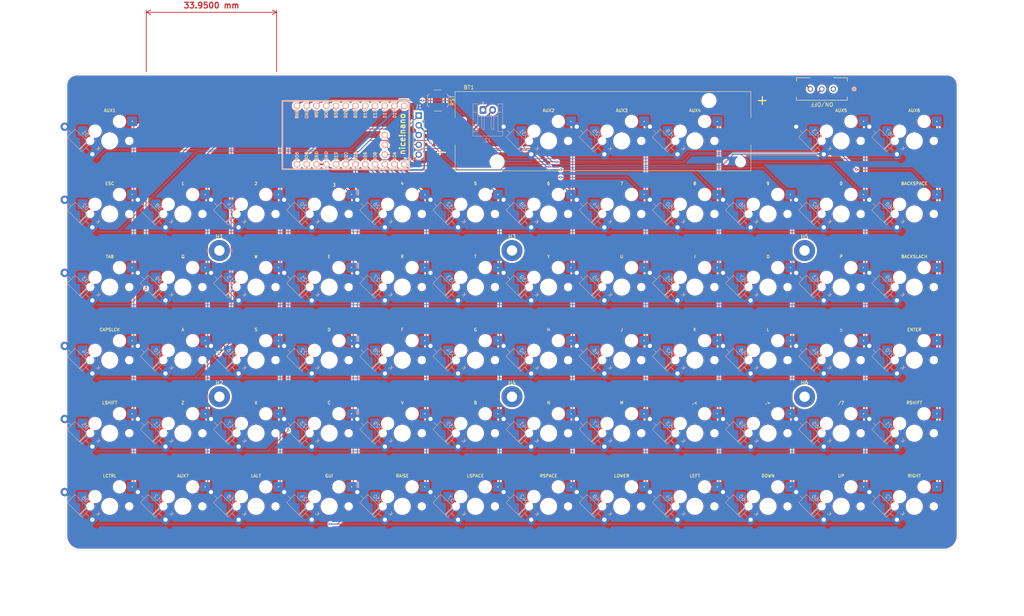
<source format=kicad_pcb>
(kicad_pcb (version 20241229) (generator "pcbnew") (generator_version "9.0")
  (layers (0 "F.Cu" signal) (2 "B.Cu" signal) (13 "F.Paste" user) (15 "B.Paste" user) (5 "F.SilkS" user "F.Silkscreen") (7 "B.SilkS" user "B.Silkscreen") (1 "F.Mask" user) (3 "B.Mask" user) (25 "Edge.Cuts" user))
  (net 0 "")
  (net 1 "Net-(D1-A)")
  (net 2 "ROW0")
  (net 3 "ROW1")
  (net 4 "Net-(D2-A)")
  (net 5 "ROW2")
  (net 6 "Net-(D3-A)")
  (net 7 "ROW3")
  (net 8 "Net-(D4-A)")
  (net 9 "ROW4")
  (net 10 "Net-(D5-A)")
  (net 11 "Net-(D6-A)")
  (net 12 "ROW5")
  (net 13 "Net-(D8-A)")
  (net 14 "Net-(D9-A)")
  (net 15 "Net-(D10-A)")
  (net 16 "Net-(D11-A)")
  (net 17 "Net-(D12-A)")
  (net 18 "Net-(D14-A)")
  (net 19 "Net-(D15-A)")
  (net 20 "Net-(D16-A)")
  (net 21 "Net-(D17-A)")
  (net 22 "Net-(D18-A)")
  (net 23 "Net-(D20-A)")
  (net 24 "Net-(D21-A)")
  (net 25 "Net-(D22-A)")
  (net 26 "Net-(D23-A)")
  (net 27 "Net-(D24-A)")
  (net 28 "Net-(D26-A)")
  (net 29 "Net-(D27-A)")
  (net 30 "Net-(D28-A)")
  (net 31 "Net-(D29-A)")
  (net 32 "Net-(D30-A)")
  (net 33 "Net-(D32-A)")
  (net 34 "Net-(D33-A)")
  (net 35 "Net-(D34-A)")
  (net 36 "Net-(D35-A)")
  (net 37 "Net-(D38-A)")
  (net 38 "Net-(D39-A)")
  (net 39 "Net-(D40-A)")
  (net 40 "Net-(D41-A)")
  (net 41 "Net-(D42-A)")
  (net 42 "Net-(D44-A)")
  (net 43 "Net-(D45-A)")
  (net 44 "Net-(D46-A)")
  (net 45 "Net-(D47-A)")
  (net 46 "Net-(D48-A)")
  (net 47 "Net-(D50-A)")
  (net 48 "Net-(D51-A)")
  (net 49 "Net-(D52-A)")
  (net 50 "Net-(D53-A)")
  (net 51 "Net-(D54-A)")
  (net 52 "Net-(D56-A)")
  (net 53 "Net-(D57-A)")
  (net 54 "Net-(D58-A)")
  (net 55 "Net-(D59-A)")
  (net 56 "Net-(D60-A)")
  (net 57 "Net-(D62-A)")
  (net 58 "Net-(D63-A)")
  (net 59 "Net-(D64-A)")
  (net 60 "Net-(D65-A)")
  (net 61 "Net-(D66-A)")
  (net 62 "Net-(D68-A)")
  (net 63 "Net-(D69-A)")
  (net 64 "Net-(D70-A)")
  (net 65 "Net-(D71-A)")
  (net 66 "Net-(D72-A)")
  (net 67 "COL0")
  (net 68 "COL1")
  (net 69 "COL2")
  (net 70 "COL3")
  (net 71 "COL4")
  (net 72 "COL5")
  (net 73 "COL6")
  (net 74 "COL7")
  (net 75 "COL8")
  (net 76 "COL9")
  (net 77 "COL10")
  (net 78 "COL11")
  (net 79 "Net-(D67-A)")
  (net 80 "Net-(D7-A)")
  (net 81 "RST")
  (net 82 "GND")
  (net 83 "VCC")
  (net 84 "CS")
  (net 85 "SCK")
  (net 86 "MOSI")
  (net 87 "VBATT+")
  (net 88 "BATT+")
  (net 90 "Net-(D13-A)")
  (net 91 "Net-(D19-A)")
  (net 92 "Net-(D25-A)")
  (net 93 "Net-(D31-A)")
  (footprint "1042:BAT_1042" (layer "F.Cu") (at 227.7625 78.5)
    (property "Reference" "BT1")
    (property "Value" "1042")
  )
  (footprint "Button_Switch_SMD:SW_SPST_TL3342" (layer "F.Cu") (at 184.7625 70.5 90)
    (property "Reference" "SW13")
    (property "Value" "RST")
  )
  (footprint "MountingHole:MountingHole_2.7mm_M2.5" (layer "F.Cu") (at 204.0625 109.6)
    (property "Reference" "H3")
    (property "Value" "MountingHole")
  )
  (footprint "MountingHole:MountingHole_2.7mm_M2.5" (layer "F.Cu") (at 204.0625 147.7)
    (property "Reference" "H4")
    (property "Value" "MountingHole")
  )
  (footprint "Connector_PinHeader_2.54mm:PinHeader_1x05_P2.54mm_Vertical" (layer "F.Cu") (at 179.7625 74.42)
    (property "Reference" "J1")
    (property "Value" "NICEVIEW")
  )
  (footprint "MountingHole:MountingHole_2.7mm_M2.5" (layer "F.Cu") (at 127.8625 147.7)
    (property "Reference" "H2")
    (property "Value" "MountingHole")
  )
  (footprint "footprints:EG1206A_EWI" (layer "F.Cu") (at 287.762499 67.5 180)
    (property "Reference" "SW19" (hide yes))
    (property "Value" "ON/OFF")
  )
  (footprint "MountingHole:MountingHole_2.7mm_M2.5" (layer "F.Cu") (at 280.2625 147.7)
    (property "Reference" "H6")
    (property "Value" "MountingHole")
  )
  (footprint "nice-nano-kicad:nice_nano" (layer "F.Cu") (at 162.0425 79.5)
    (property "Reference" "U1" (hide yes))
    (property "Value" "NiceNano" (hide yes))
  )
  (footprint "MountingHole:MountingHole_2.7mm_M2.5" (layer "F.Cu") (at 280.2625 109.6)
    (property "Reference" "H5")
    (property "Value" "MountingHole")
  )
  (footprint "MountingHole:MountingHole_2.7mm_M2.5" (layer "F.Cu") (at 127.8625 109.6)
    (property "Reference" "H1")
    (property "Value" "MountingHole")
  )
  (footprint "Diode_THT:D_DO-41_SOD81_P10.16mm_Horizontal" (layer "B.Cu") (at 170.9625 179.749999 135)
    (property "Reference" "D30")
    (property "Value" "1N47xxA")
  )
  (footprint "MX_Hotswap:MX-Hotswap-1U" (layer "B.Cu") (at 213.5875 138.175 180)
    (property "Reference" "SW40")
    (property "Value" "H")
  )
  (footprint "MX_Hotswap:MX-Hotswap-1U" (layer "B.Cu") (at 156.4375 138.175 180)
    (property "Reference" "SW22")
    (property "Value" "D")
  )
  (footprint "Diode_THT:D_DO-41_SOD81_P10.16mm_Horizontal" (layer "B.Cu") (at 285.2625 179.749999 135)
    (property "Reference" "D66")
    (property "Value" "1N47xxA")
  )
  (footprint "Diode_THT:D_DO-41_SOD81_P10.16mm_Horizontal" (layer "B.Cu") (at 304.3125 84.499999 135)
    (property "Reference" "D67")
    (property "Value" "1N47xxA")
  )
  (footprint "Diode_THT:D_DO-41_SOD81_P10.16mm_Horizontal" (layer "B.Cu") (at 228.1125 103.549999 135)
    (property "Reference" "D44")
    (property "Value" "1N47xxA")
  )
  (footprint "MX_Hotswap:MX-Hotswap-1U" (layer "B.Cu") (at 137.3875 138.175 180)
    (property "Reference" "SW16")
    (property "Value" "S")
  )
  (footprint "MX_Hotswap:MX-Hotswap-1U" (layer "B.Cu") (at 99.2875 119.125 180)
    (property "Reference" "SW3")
    (property "Value" "TAB")
  )
  (footprint "MX_Hotswap:MX-Hotswap-1U" (layer "B.Cu") (at 99.2875 100.075 180)
    (property "Reference" "SW2")
    (property "Value" "ESC")
  )
  (footprint "MX_Hotswap:MX-Hotswap-1U" (layer "B.Cu") (at 175.4875 157.225 180)
    (property "Reference" "SW29")
    (property "Value" "V")
  )
  (footprint "Diode_THT:D_DO-41_SOD81_P10.16mm_Horizontal" (layer "B.Cu") (at 94.7625 141.649999 135)
    (property "Reference" "D4")
    (property "Value" "1N47xxA")
  )
  (footprint "MX_Hotswap:MX-Hotswap-1U" (layer "B.Cu") (at 232.6375 138.175 180)
    (property "Reference" "SW46")
    (property "Value" "J")
  )
  (footprint "MX_Hotswap:MX-Hotswap-1U" (layer "B.Cu") (at 308.8375 100.075 180)
    (property "Reference" "SW68")
    (property "Value" "BACKSPACE")
  )
  (footprint "MX_Hotswap:MX-Hotswap-1U" (layer "B.Cu") (at 137.3875 100.075 180)
    (property "Reference" "SW14")
    (property "Value" "2")
  )
  (footprint "MX_Hotswap:MX-Hotswap-1U" (layer "B.Cu") (at 213.5875 81.025 180)
    (property "Reference" "SW37")
    (property "Value" "AUX2")
  )
  (footprint "Diode_THT:D_DO-41_SOD81_P10.16mm_Horizontal" (layer "B.Cu") (at 170.9625 160.699999 135)
    (property "Reference" "D29")
    (property "Value" "1N47xxA")
  )
  (footprint "MX_Hotswap:MX-Hotswap-1U" (layer "B.Cu") (at 118.3375 138.175 180)
    (property "Reference" "SW10")
    (property "Value" "A")
  )
  (footprint "Diode_THT:D_DO-41_SOD81_P10.16mm_Horizontal" (layer "B.Cu") (at 151.9125 141.649999 135)
    (property "Reference" "D22")
    (property "Value" "1N47xxA")
  )
  (footprint "MX_Hotswap:MX-Hotswap-1U" (layer "B.Cu") (at 232.6375 81.025 180)
    (property "Reference" "SW36")
    (property "Value" "AUX3")
  )
  (footprint "Diode_THT:D_DO-41_SOD81_P10.16mm_Horizontal" (layer "B.Cu") (at 247.1625 84.499999 135)
    (property "Reference" "D19")
    (property "Value" "1N47xxA")
  )
  (footprint "MX_Hotswap:MX-Hotswap-1U" (layer "B.Cu") (at 99.2875 81.025 180)
    (property "Reference" "SW1")
    (property "Value" "AUX1")
  )
  (footprint "MX_Hotswap:MX-Hotswap-1U" (layer "B.Cu") (at 175.4875 119.125 180)
    (property "Reference" "SW27")
    (property "Value" "R")
  )
  (footprint "MX_Hotswap:MX-Hotswap-1U" (layer "B.Cu") (at 270.7375 100.075 180)
    (property "Reference" "SW56")
    (property "Value" "9")
  )
  (footprint "MX_Hotswap:MX-Hotswap-1U" (layer "B.Cu") (at 118.3375 119.125 180)
    (property "Reference" "SW9")
    (property "Value" "Q")
  )
  (footprint "MX_Hotswap:MX-Hotswap-1U" (layer "B.Cu") (at 289.7875 81.025 180)
    (property "Reference" "SW25")
    (property "Value" "AUX5")
  )
  (footprint "Diode_THT:D_DO-41_SOD81_P10.16mm_Horizontal" (layer "B.Cu") (at 94.7625 160.699999 135)
    (property "Reference" "D5")
    (property "Value" "1N47xxA")
  )
  (footprint "MX_Hotswap:MX-Hotswap-1U" (layer "B.Cu") (at 308.8375 138.175 180)
    (property "Reference" "SW70")
    (property "Value" "ENTER")
  )
  (footprint "Diode_THT:D_DO-41_SOD81_P10.16mm_Horizontal" (layer "B.Cu") (at 266.2125 122.599999 135)
    (property "Reference" "D57")
    (property "Value" "1N47xxA")
  )
  (footprint "Diode_THT:D_DO-41_SOD81_P10.16mm_Horizontal" (layer "B.Cu") (at 228.1125 141.649999 135)
    (property "Reference" "D46")
    (property "Value" "1N47xxA")
  )
  (footprint "Diode_THT:D_DO-41_SOD81_P10.16mm_Horizontal" (layer "B.Cu") (at 113.8125 122.599999 135)
    (property "Reference" "D9")
    (property "Value" "1N47xxA")
  )
  (footprint "Diode_THT:D_DO-41_SOD81_P10.16mm_Horizontal" (layer "B.Cu") (at 304.3125 122.599999 135)
    (property "Reference" "D69")
    (property "Value" "1N47xxA")
  )
  (footprint "MX_Hotswap:MX-Hotswap-1U" (layer "B.Cu") (at 156.4375 119.125 180)
    (property "Reference" "SW21")
    (property "Value" "E")
  )
  (footprint "Diode_THT:D_DO-41_SOD81_P10.16mm_Horizontal" (layer "B.Cu") (at 151.9125 122.599999 135)
    (property "Reference" "D21")
    (property "Value" "1N47xxA")
  )
  (footprint "MX_Hotswap:MX-Hotswap-1U" (layer "B.Cu") (at 232.6375 119.125 180)
    (property "Reference" "SW45")
    (property "Value" "U")
  )
  (footprint "MX_Hotswap:MX-Hotswap-1U" (layer "B.Cu") (at 137.3875 176.275 180)
    (property "Reference" "SW18")
    (property "Value" "LALT")
  )
  (footprint "Diode_THT:D_DO-41_SOD81_P10.16mm_Horizontal" (layer "B.Cu") (at 190.0125 160.699999 135)
    (property "Reference" "D35")
    (property "Value" "1N47xxA")
  )
  (footprint "Diode_THT:D_DO-41_SOD81_P10.16mm_Horizontal" (layer "B.Cu") (at 170.9625 141.649999 135)
    (property "Reference" "D28")
    (property "Value" "1N47xxA")
  )
  (footprint "MX_Hotswap:MX-Hotswap-1U" (layer "B.Cu") (at 156.4375 100.075 180)
    (property "Reference" "SW20")
    (property "Value" "3")
  )
  (footprint "Diode_THT:D_DO-41_SOD81_P10.16mm_Horizontal" (layer "B.Cu") (at 132.8625 103.549999 135)
    (property "Reference" "D14")
    (property "Value" "1N47xxA")
  )
  (footprint "MX_Hotswap:MX-Hotswap-1U" (layer "B.Cu") (at 308.8375 81.025 180)
    (property "Reference" "SW67")
    (property "Value" "AUX6")
  )
  (footprint "MX_Hotswap:MX-Hotswap-1U" (layer "B.Cu") (at 194.5375 138.175 180)
    (property "Reference" "SW34")
    (property "Value" "G")
  )
  (footprint "MX_Hotswap:MX-Hotswap-1U" (layer "B.Cu") (at 175.4875 176.275 180)
    (property "Reference" "SW30")
    (property "Value" "RAISE")
  )
  (footprint "Diode_THT:D_DO-41_SOD81_P10.16mm_Horizontal" (layer "B.Cu") (at 228.1125 84.499999 135)
    (property "Reference" "D25")
    (property "Value" "1N47xxA")
  )
  (footprint "Diode_THT:D_DO-41_SOD81_P10.16mm_Horizontal" (layer "B.Cu") (at 209.0625 84.499999 135)
    (property "Reference" "D31")
    (property "Value" "1N47xxA")
  )
  (footprint "Diode_THT:D_DO-41_SOD81_P10.16mm_Horizontal" (layer "B.Cu") (at 170.9625 122.599999 135)
    (property "Reference" "D27")
    (property "Value" "1N47xxA")
  )
  (footprint "MX_Hotswap:MX-Hotswap-1U" (layer "B.Cu") (at 213.5875 119.125 180)
    (property "Reference" "SW39")
    (property "Value" "Y")
  )
  (footprint "MX_Hotswap:MX-Hotswap-1U" (layer "B.Cu") (at 289.7875 100.075 180)
    (property "Reference" "SW62")
    (property "Value" "0")
  )
  (footprint "Diode_THT:D_DO-41_SOD81_P10.16mm_Horizontal" (layer "B.Cu") (at 190.0125 141.649999 135)
    (property "Reference" "D34")
    (property "Value" "1N47xxA")
  )
  (footprint "MX_Hotswap:MX-Hotswap-1U" (layer "B.Cu") (at 213.5875 176.275 180)
    (property "Reference" "SW42")
    (property "Value" "RSPACE")
  )
  (footprint "Diode_THT:D_DO-41_SOD81_P10.16mm_Horizontal" (layer "B.Cu") (at 113.8125 179.749999 135)
    (property "Reference" "D12")
    (property "Value" "1N47xxA")
  )
  (footprint "Diode_THT:D_DO-41_SOD81_P10.16mm_Horizontal" (layer "B.Cu") (at 209.0625 141.649999 135)
    (property "Reference" "D40")
    (property "Value" "1N47xxA")
  )
  (footprint "MX_Hotswap:MX-Hotswap-1U" (layer "B.Cu") (at 137.3875 157.225 180)
    (property "Reference" "SW17")
    (property "Value" "X")
  )
  (footprint "MX_Hotswap:MX-Hotswap-1U" (layer "B.Cu") (at 270.7375 176.275 180)
    (property "Reference" "SW60")
    (property "Value" "DOWN")
  )
  (footprint "Diode_THT:D_DO-41_SOD81_P10.16mm_Horizontal" (layer "B.Cu") (at 304.3125 160.699999 135)
    (property "Reference" "D71")
    (property "Value" "1N47xxA")
  )
  (footprint "MX_Hotswap:MX-Hotswap-1U" (layer "B.Cu") (at 175.4875 100.075 180)
    (property "Reference" "SW26")
    (property "Value" "4")
  )
  (footprint "Diode_THT:D_DO-41_SOD81_P10.16mm_Horizontal" (layer "B.Cu") (at 228.1125 179.749999 135)
    (property "Reference" "D48")
    (property "Value" "1N47xxA")
  )
  (footprint "MX_Hotswap:MX-Hotswap-1U" (layer "B.Cu") (at 213.5875 157.225 180)
    (property "Reference" "SW41")
    (property "Value" "N")
  )
  (footprint "MX_Hotswap:MX-Hotswap-1U" (layer "B.Cu") (at 251.6875 100.075 180)
    (property "Reference" "SW50")
    (property "Value" "8")
  )
  (footprint "MX_Hotswap:MX-Hotswap-1U" (layer "B.Cu") (at 289.7875 119.125 180)
    (property "Reference" "SW63")
    (property "Value" "P")
  )
  (footprint "Diode_THT:D_DO-41_SOD81_P10.16mm_Horizontal" (layer "B.Cu") (at 209.0625 103.549999 135)
    (property "Reference" "D38")
    (property "Value" "1N47xxA")
  )
  (footprint "Diode_THT:D_DO-41_SOD81_P10.16mm_Horizontal" (layer "B.Cu") (at 132.8625 122.599999 135)
    (property "Reference" "D15")
    (property "Value" "1N47xxA")
  )
  (footprint "Diode_THT:D_DO-41_SOD81_P10.16mm_Horizontal" (layer "B.Cu") (at 228.1125 160.699999 135)
    (property "Reference" "D47")
    (property "Value" "1N47xxA")
  )
  (footprint "MX_Hotswap:MX-Hotswap-1U" (layer "B.Cu") (at 194.5375 157.225 180)
    (property "Reference" "SW35")
    (property "Value" "B")
  )
  (footprint "Connector_JST:JST_EH_S2B-EH_1x02_P2.50mm_Horizontal" (layer "B.Cu") (at 196.5125 72.9675)
    (property "Reference" "J2")
    (property "Value" "Pouch Battery Connector")
  )
  (footprint "MX_Hotswap:MX-Hotswap-1U" (layer "B.Cu") (at 308.8375 119.125 180)
    (property "Reference" "SW69")
    (property "Value" "BACKSLACH")
  )
  (footprint "MX_Hotswap:MX-Hotswap-1U" (layer "B.Cu") (at 251.6875 119.125 180)
    (property "Reference" "SW51")
    (property "Value" "I")
  )
  (footprint "Diode_THT:D_DO-41_SOD81_P10.16mm_Horizontal" (layer "B.Cu") (at 151.9125 179.749999 135)
    (property "Reference" "D24")
    (property "Value" "1N47xxA")
  )
  (footprint "MX_Hotswap:MX-Hotswap-1U" (layer "B.Cu") (at 156.4375 157.225 180)
    (property "Reference" "SW23")
    (property "Value" "C")
  )
  (footprint "MX_Hotswap:MX-Hotswap-1U" (layer "B.Cu") (at 289.7875 157.225 180)
    (property "Reference" "SW65")
    (property "Value" "/?")
  )
  (footprint "Diode_THT:D_DO-41_SOD81_P10.16mm_Horizontal" (layer "B.Cu") (at 94.7625 179.749999 135)
    (property "Reference" "D6")
    (property "Value" "1N47xxA")
  )
  (footprint "Diode_THT:D_DO-41_SOD81_P10.16mm_Horizontal" (layer "B.Cu") (at 190.0125 179.749999 135)
    (property "Reference" "D7")
    (property "Value" "1N47xxA")
  )
  (footprint "MX_Hotswap:MX-Hotswap-1U" (layer "B.Cu") (at 270.7375 119.125 180)
    (property "Reference" "SW57")
    (property "Value" "O")
  )
  (footprint "MX_Hotswap:MX-Hotswap-1U" (layer "B.Cu") (at 213.5875 100.075 180)
    (property "Reference" "SW38")
    (property "Value" "6")
  )
  (footprint "MX_Hotswap:MX-Hotswap-1U" (layer "B.Cu") (at 251.6875 176.275 180)
    (property "Reference" "SW54")
    (property "Value" "LEFT")
  )
  (footprint "Diode_THT:D_DO-41_SOD81_P10.16mm_Horizontal" (layer "B.Cu") (at 113.8125 160.699999 135)
    (property "Reference" "D11")
    (property "Value" "1N47xxA")
  )
  (footprint "Diode_THT:D_DO-41_SOD81_P10.16mm_Horizontal" (layer "B.Cu") (at 113.8125 103.549999 135)
    (property "Reference" "D8")
    (property "Value" "1N47xxA")
  )
  (footprint "Diode_THT:D_DO-41_SOD81_P10.16mm_Horizontal" (layer "B.Cu") (at 285.2625 122.599999 135)
    (property "Reference" "D63")
    (property "Value" "1N47xxA")
  )
  (footprint "MX_Hotswap:MX-Hotswap-1U" (layer "B.Cu") (at 175.4875 138.175 180)
    (property "Reference" "SW28")
    (property "Value" "F")
  )
  (footprint "Diode_THT:D_DO-41_SOD81_P10.16mm_Horizontal" (layer "B.Cu") (at 304.3125 141.649999 135)
    (property "Reference" "D70")
    (property "Value" "1N47xxA")
  )
  (footprint "MX_Hotswap:MX-Hotswap-1U" (layer "B.Cu") (at 232.6375 176.275 180)
    (property "Reference" "SW48")
    (property "Value" "LOWER")
  )
  (footprint "Diode_THT:D_DO-41_SOD81_P10.16mm_Horizontal" (layer "B.Cu") (at 94.7625 84.499999 135)
    (property "Reference" "D1")
    (property "Value" "1N47xxA")
  )
  (footprint "MX_Hotswap:MX-Hotswap-1U" (layer "B.Cu") (at 289.7875 138.175 180)
    (property "Reference" "SW64")
    (property "Value" ";:")
  )
  (footprint "Diode_THT:D_DO-41_SOD81_P10.16mm_Horizontal" (layer "B.Cu") (at 285.2625 103.549999 135)
    (property "Reference" "D62")
    (property "Value" "1N47xxA")
  )
  (footprint "MX_Hotswap:MX-Hotswap-1U" (layer "B.Cu") (at 99.2875 176.275 180)
    (property "Reference" "SW6")
    (property "Value" "LCTRL")
  )
  (footprint "Diode_THT:D_DO-41_SOD81_P10.16mm_Horizontal" (layer "B.Cu") (at 247.1625 160.699999 135)
    (property "Reference" "D53")
    (property "Value" "1N47xxA")
  )
  (footprint "Diode_THT:D_DO-41_SOD81_P10.16mm_Horizontal" (layer "B.Cu") (at 304.3125 103.549999 135)
    (property "Reference" "D68")
    (property "Value" "1N47xxA")
  )
  (footprint "Diode_THT:D_DO-41_SOD81_P10.16mm_Horizontal" (layer "B.Cu") (at 113.8125 141.649999 135)
    (property "Reference" "D10")
    (property "Value" "1N47xxA")
  )
  (footprint "Diode_THT:D_DO-41_SOD81_P10.16mm_Horizontal" (layer "B.Cu") (at 247.1625 122.599999 135)
    (property "Reference" "D51")
    (property "Value" "1N47xxA")
  )
  (footprint "Diode_THT:D_DO-41_SOD81_P10.16mm_Horizontal" (layer "B.Cu") (at 266.2125 141.649999 135)
    (property "Reference" "D58")
    (property "Value" "1N47xxA")
  )
  (footprint "Diode_THT:D_DO-41_SOD81_P10.16mm_Horizontal" (layer "B.Cu") (at 266.2125 160.699999 135)
    (property "Reference" "D59")
    (property "Value" "1N47xxA")
  )
  (footprint "MX_Hotswap:MX-Hotswap-1U" (layer "B.Cu") (at 251.6875 81.025 180)
    (property "Reference" "SW31")
    (property "Value" "AUX4")
  )
  (footprint "Diode_THT:D_DO-41_SOD81_P10.16mm_Horizontal" (layer "B.Cu") (at 209.0625 160.699999 135)
    (property "Reference" "D41")
    (property "Value" "1N47xxA")
  )
  (footprint "Diode_THT:D_DO-41_SOD81_P10.16mm_Horizontal" (layer "B.Cu") (at 266.2125 179.749999 135)
    (property "Reference" "D60")
    (property "Value" "1N47xxA")
  )
  (footprint "Diode_THT:D_DO-41_SOD81_P10.16mm_Horizontal" (layer "B.Cu") (at 228.1125 122.599999 135)
    (property "Reference" "D45")
    (property "Value" "1N47xxA")
  )
  (footprint "MX_Hotswap:MX-Hotswap-1U" (layer "B.Cu") (at 118.3375 176.275 180)
    (property "Reference" "SW12")
    (property "Value" "AUX7")
  )
  (footprint "MX_Hotswap:MX-Hotswap-1U" (layer "B.Cu") (at 194.5375 100.075 180)
    (property "Reference" "SW32")
    (property "Value" "5")
  )
  (footprint "MX_Hotswap:MX-Hotswap-1U" (layer "B.Cu") (at 289.7875 176.275 180)
    (property "Reference" "SW66")
    (property "Value" "UP")
  )
  (footprint "MX_Hotswap:MX-Hotswap-1U" (layer "B.Cu") (at 99.2875 138.175 180)
    (property "Reference" "SW4")
    (property "Value" "CAPSLCK")
  )
  (footprint "Diode_THT:D_DO-41_SOD81_P10.16mm_Horizontal" (layer "B.Cu") (at 94.7625 103.549999 135)
    (property "Reference" "D2")
    (property "Value" "1N47xxA")
  )
  (footprint "MX_Hotswap:MX-Hotswap-1U" (layer "B.Cu") (at 308.8375 157.225 180)
    (property "Reference" "SW71")
    (property "Value" "RSHIFT")
  )
  (footprint "Diode_THT:D_DO-41_SOD81_P10.16mm_Horizontal" (layer "B.Cu") (at 285.2625 141.649999 135)
    (property "Reference" "D64")
    (property "Value" "1N47xxA")
  )
  (footprint "Diode_THT:D_DO-41_SOD81_P10.16mm_Horizontal" (layer "B.Cu") (at 304.3125 179.749999 135)
    (property "Reference" "D72")
    (property "Value" "1N47xxA")
  )
  (footprint "MX_Hotswap:MX-Hotswap-1U" (layer "B.Cu") (at 156.4375 176.275 180)
    (property "Reference" "SW24")
    (property "Value" "GUI")
  )
  (footprint "Diode_THT:D_DO-41_SOD81_P10.16mm_Horizontal" (layer "B.Cu") (at 132.8625 160.699999 135)
    (property "Reference" "D17")
    (property "Value" "1N47xxA")
  )
  (footprint "Diode_THT:D_DO-41_SOD81_P10.16mm_Horizontal" (layer "B.Cu") (at 247.1625 179.749999 135)
    (property "Reference" "D54")
    (property "Value" "1N47xxA")
  )
  (footprint "MX_Hotswap:MX-Hotswap-1U" (layer "B.Cu") (at 251.6875 157.225 180)
    (property "Reference" "SW53")
    (property "Value" ",<")
  )
  (footprint "Diode_THT:D_DO-41_SOD81_P10.16mm_Horizontal" (layer "B.Cu") (at 285.2625 84.499999 135)
    (property "Reference" "D13")
    (property "Value" "1N47xxA")
  )
  (footprint "Diode_THT:D_DO-41_SOD81_P10.16mm_Horizontal" (layer "B.Cu") (at 132.8625 141.649999 135)
    (property "Reference" "D16")
    (property "Value" "1N47xxA")
  )
  (footprint "Diode_THT:D_DO-41_SOD81_P10.16mm_Horizontal" (layer "B.Cu") (at 151.9125 160.699999 135)
    (property "Reference" "D23")
    (property "Value" "1N47xxA")
  )
  (footprint "Diode_THT:D_DO-41_SOD81_P10.16mm_Horizontal" (layer "B.Cu") (at 132.8625 179.749999 135)
    (property "Reference" "D18")
    (property "Value" "1N47xxA")
  )
  (footprint "MX_Hotswap:MX-Hotswap-1U" (layer "B.Cu") (at 194.5375 119.125 180)
    (property "Reference" "SW33")
    (property "Value" "T")
  )
  (footprint "Diode_THT:D_DO-41_SOD81_P10.16mm_Horizontal" (layer "B.Cu") (at 247.1625 103.549999 135)
    (property "Reference" "D50")
    (property "Value" "1N47xxA")
  )
  (footprint "Diode_THT:D_DO-41_SOD81_P10.16mm_Horizontal" (layer "B.Cu") (at 247.1625 141.649999 135)
    (property "Reference" "D52")
    (property "Value" "1N47xxA")
  )
  (footprint "Diode_THT:D_DO-41_SOD81_P10.16mm_Horizontal" (layer "B.Cu") (at 190.0125 103.549999 135)
    (property "Reference" "D32")
    (property "Value" "1N47xxA")
  )
  (footprint "MX_Hotswap:MX-Hotswap-1U" (layer "B.Cu") (at 137.3875 119.125 180)
    (property "Reference" "SW15")
    (property "Value" "W")
  )
  (footprint "MX_Hotswap:MX-Hotswap-1U" (layer "B.Cu") (at 232.6375 100.075 180)
    (property "Reference" "SW44")
    (property "Value" "7")
  )
  (footprint "Diode_THT:D_DO-41_SOD81_P10.16mm_Horizontal" (layer "B.Cu") (at 285.2625 160.699999 135)
    (property "Reference" "D65")
    (property "Value" "1N47xxA")
  )
  (footprint "MX_Hotswap:MX-Hotswap-1U" (layer "B.Cu") (at 118.3375 157.225 180)
    (property "Reference" "SW11")
    (property "Value" "Z")
  )
  (footprint "Diode_THT:D_DO-41_SOD81_P10.16mm_Horizontal" (layer "B.Cu") (at 266.2125 103.549999 135)
    (property "Reference" "D56")
    (property "Value" "1N47xxA")
  )
  (footprint "Diode_THT:D_DO-41_SOD81_P10.16mm_Horizontal" (layer "B.Cu") (at 190.0125 122.599999 135)
    (property "Reference" "D33")
    (property "Value" "1N47xxA")
  )
  (footprint "MX_Hotswap:MX-Hotswap-1U" (layer "B.Cu") (at 232.6375 157.225 180)
    (property "Reference" "SW47")
    (property "Value" "M")
  )
  (footprint "Diode_THT:D_DO-41_SOD81_P10.16mm_Horizontal" (layer "B.Cu") (at 209.0625 122.599999 135)
    (property "Reference" "D39")
    (property "Value" "1N47xxA")
  )
  (footprint "MX_Hotswap:MX-Hotswap-1U" (layer "B.Cu") (at 118.3375 100.075 180)
    (property "Reference" "SW8")
    (property "Value" "1")
  )
  (footprint "Diode_THT:D_DO-41_SOD81_P10.16mm_Horizontal" (layer "B.Cu") (at 209.0625 179.749999 135)
    (property "Reference" "D42")
    (property "Value" "1N47xxA")
  )
  (footprint "MX_Hotswap:MX-Hotswap-1U" (layer "B.Cu") (at 99.2875 157.225 180)
    (property "Reference" "SW5")
    (property "Value" "LSHIFT")
  )
  (footprint "Diode_THT:D_DO-41_SOD81_P10.16mm_Horizontal" (layer "B.Cu") (at 151.9125 103.549999 135)
    (property "Reference" "D20")
    (property "Value" "1N47xxA")
  )
  (footprint "MX_Hotswap:MX-Hotswap-1U" (layer "B.Cu") (at 308.8375 176.275 180)
    (property "Reference" "SW72")
    (property "Value" "RIGHT")
  )
  (footprint "Diode_THT:D_DO-41_SOD81_P10.16mm_Horizontal" (layer "B.Cu") (at 94.7625 122.599999 135)
    (property "Reference" "D3")
    (property "Value" "1N47xxA")
  )
  (footprint "MX_Hotswap:MX-Hotswap-1U" (layer "B.Cu") (at 194.5375 176.275 180)
    (property "Reference" "SW7")
    (property "Value" "LSPACE")
  )
  (footprint "MX_Hotswap:MX-Hotswap-1U" (layer "B.Cu") (at 270.7375 138.175 180)
    (property "Reference" "SW58")
    (property "Value" "L")
  )
  (footprint "MX_Hotswap:MX-Hotswap-1U" (layer "B.Cu") (at 270.7375 157.225 180)
    (property "Reference" "SW59")
    (property "Value" ".>")
  )
  (footprint "Diode_THT:D_DO-41_SOD81_P10.16mm_Horizontal" (layer "B.Cu") (at 170.9625 103.549999 135)
    (property "Reference" "D26")
    (property "Value" "1N47xxA")
  )
  (footprint "MX_Hotswap:MX-Hotswap-1U" (layer "B.Cu") (at 251.6875 138.175 180)
    (property "Reference" "SW52")
    (property "Value" "K")
  )
  (gr_line (start 316.553118 187.8) (end 91.571868 187.8) (stroke (width 0.05)) (layer "Edge.Cuts"))
  (gr_arc (start 317.3625 63.5) (mid 319.48382 64.37868) (end 320.3625 66.5) (stroke (width 0.05)) (layer "Edge.Cuts"))
  (gr_line (start 87.7625 183.990618) (end 87.7625 66.5) (stroke (width 0.05)) (layer "Edge.Cuts"))
  (gr_arc (start 320.3625 183.990631) (mid 319.246788 186.684315) (end 316.553118 187.8) (stroke (width 0.05)) (layer "Edge.Cuts"))
  (gr_arc (start 87.7625 66.5) (mid 88.64118 64.37868) (end 90.7625 63.5) (stroke (width 0.05)) (layer "Edge.Cuts"))
  (gr_line (start 320.3625 66.5) (end 320.3625 183.990631) (stroke (width 0.05)) (layer "Edge.Cuts"))
  (gr_arc (start 91.571868 187.8) (mid 88.878231 186.684257) (end 87.7625 183.990618) (stroke (width 0.05)) (layer "Edge.Cuts"))
  (gr_line (start 90.7625 63.5) (end 317.3625 63.5) (stroke (width 0.05)) (layer "Edge.Cuts"))
  (dimension (type orthogonal) (layer "F.Cu") (pts (xy 108.8125 63.5) (xy 142.7625 63.5)) (height -16) (orientation 0) (format (prefix "") (suffix "") (units 3) (units_format 1) (precision 4)) (style (thickness 0.2) (arrow_length 1.27) (text_position_mode 0) (arrow_direction outward) (extension_height 0.58642) (extension_offset 0.5) (keep_text_aligned yes)) (gr_text "33.9500 mm" (at 125.7875 45.7 0) (layer "F.Cu") (effects (font (size 1.5 1.5) (thickness 0.3)))))
  (segment (start 92.2025 81.94) (end 93.595774 83.333274) (width 0.2) (layer "B.Cu") (net 1))
  (segment (start 92.2025 78.485) (end 92.2025 81.94) (width 0.2) (layer "B.Cu") (net 1))
  (segment (start 174.8525 70.5) (end 173.4725 71.88) (width 0.2) (layer "F.Cu") (net 2))
  (segment (start 180.7625 70.5) (end 174.8525 70.5) (width 0.2) (layer "F.Cu") (net 2))
  (via (at 180.7625 70.5) (size 0.6) (drill 0.3) (layers "F.Cu" "B.Cu") (net 2))
  (segment (start 249.896951 84.099) (end 283.587293 84.099) (width 0.2) (layer "B.Cu") (net 2))
  (segment (start 202.929225 85.666725) (end 187.7625 70.5) (width 0.2) (layer "B.Cu") (net 2))
  (segment (start 210.229226 85.666725) (end 202.929225 85.666725) (width 0.2) (layer "B.Cu") (net 2))
  (segment (start 286.429226 85.666725) (end 305.479226 85.666725) (width 0.2) (layer "B.Cu") (net 2))
  (segment (start 285.155018 85.666725) (end 286.429226 85.666725) (width 0.2) (layer "B.Cu") (net 2))
  (segment (start 210.229226 85.666725) (end 248.329226 85.666725) (width 0.2) (layer "B.Cu") (net 2))
  (segment (start 98.226051 83.3699) (end 161.9826 83.3699) (width 0.2) (layer "B.Cu") (net 2))
  (segment (start 248.329226 85.666725) (end 249.896951 84.099) (width 0.2) (layer "B.Cu") (net 2))
  (segment (start 283.587293 84.099) (end 285.155018 85.666725) (width 0.2) (layer "B.Cu") (net 2))
  (segment (start 161.9826 83.3699) (end 173.4725 71.88) (width 0.2) (layer "B.Cu") (net 2))
  (segment (start 187.7625 70.5) (end 180.7625 70.5) (width 0.2) (layer "B.Cu") (net 2))
  (segment (start 95.929226 85.666725) (end 98.226051 83.3699) (width 0.2) (layer "B.Cu") (net 2))
  (segment (start 164.1216 83.7709) (end 176.0125 71.88) (width 0.2) (layer "B.Cu") (net 3))
  (segment (start 134.029226 104.716725) (end 145.7625 104.716725) (width 0.2) (layer "B.Cu") (net 3))
  (segment (start 101.545775 104.716725) (end 109.6765 96.586) (width 0.2) (layer "B.Cu") (net 3))
  (segment (start 145.7625 104.716725) (end 153.079226 104.716725) (width 0.2) (layer "B.Cu") (net 3))
  (segment (start 267.379226 104.716725) (end 286.429226 104.716725) (width 0.2) (layer "B.Cu") (net 3))
  (segment (start 109.6765 96.271936) (end 122.177536 83.7709) (width 0.2) (layer "B.Cu") (net 3))
  (segment (start 95.929226 104.716725) (end 98.7625 104.716725) (width 0.2) (layer "B.Cu") (net 3))
  (segment (start 109.6765 96.586) (end 109.6765 96.271936) (width 0.2) (layer "B.Cu") (net 3))
  (segment (start 172.129226 104.716725) (end 191.179226 104.716725) (width 0.2) (layer "B.Cu") (net 3))
  (segment (start 210.229226 104.716725) (end 229.279226 104.716725) (width 0.2) (layer "B.Cu") (net 3))
  (segment (start 98.7625 104.716725) (end 101.545775 104.716725) (width 0.2) (layer "B.Cu") (net 3))
  (segment (start 153.079226 104.716725) (end 172.129226 104.716725) (width 0.2) (layer "B.Cu") (net 3))
  (segment (start 191.179226 104.716725) (end 210.229226 104.716725) (width 0.2) (layer "B.Cu") (net 3))
  (segment (start 98.7625 104.716725) (end 114.979226 104.716725) (width 0.2) (layer "B.Cu") (net 3))
  (segment (start 122.177536 83.7709) (end 164.1216 83.7709) (width 0.2) (layer "B.Cu") (net 3))
  (segment (start 114.979226 104.716725) (end 134.029226 104.716725) (width 0.2) (layer "B.Cu") (net 3))
  (segment (start 229.279226 104.716725) (end 248.329226 104.716725) (width 0.2) (layer "B.Cu") (net 3))
  (segment (start 286.429226 104.716725) (end 305.479226 104.716725) (width 0.2) (layer "B.Cu") (net 3))
  (segment (start 248.329226 104.716725) (end 267.379226 104.716725) (width 0.2) (layer "B.Cu") (net 3))
  (segment (start 92.2025 101.339999) (end 93.7625 102.899999) (width 0.2) (layer "B.Cu") (net 4))
  (segment (start 92.2025 97.535) (end 92.2025 101.339999) (width 0.2) (layer "B.Cu") (net 4))
  (segment (start 108.7625 93.5) (end 126.3615 75.901) (width 0.2) (layer "F.Cu") (net 5))
  (segment (start 156.7515 75.901) (end 160.7725 71.88) (width 0.2) (layer "F.Cu") (net 5))
  (segment (start 108.7625 119.5) (end 108.7625 93.5) (width 0.2) (layer "F.Cu") (net 5))
  (segment (start 126.3615 75.901) (end 156.7515 75.901) (width 0.2) (layer "F.Cu") (net 5))
  (via (at 108.7625 119.5) (size 0.6) (drill 0.3) (layers "F.Cu" "B.Cu") (net 5))
  (segment (start 134.029226 123.766725) (end 153.079226 123.766725) (width 0.2) (layer "B.Cu") (net 5))
  (segment (start 191.179226 123.766725) (end 210.229226 123.766725) (width 0.2) (layer "B.Cu") (net 5))
  (segment (start 95.929226 123.766725) (end 104.495775 123.766725) (width 0.2) (layer "B.Cu") (net 5))
  (segment (start 95.929226 123.766725) (end 114.979226 123.766725) (width 0.2) (layer "B.Cu") (net 5))
  (segment (start 210.229226 123.766725) (end 229.279226 123.766725) (width 0.2) (layer "B.Cu") (net 5))
  (segment (start 172.129226 123.766725) (end 191.179226 123.766725) (width 0.2) (layer "B.Cu") (net 5))
  (segment (start 114.979226 123.766725) (end 134.029226 123.766725) (width 0.2) (layer "B.Cu") (net 5))
  (segment (start 153.079226 123.766725) (end 172.129226 123.766725) (width 0.2) (layer "B.Cu") (net 5))
  (segment (start 248.329226 123.766725) (end 267.379226 123.766725) (width 0.2) (layer "B.Cu") (net 5))
  (segment (start 229.279226 123.766725) (end 248.329226 123.766725) (width 0.2) (layer "B.Cu") (net 5))
  (segment (start 267.379226 123.766725) (end 286.429226 123.766725) (width 0.2) (layer "B.Cu") (net 5))
  (segment (start 104.495775 123.766725) (end 108.7625 119.5) (width 0.2) (layer "B.Cu") (net 5))
  (segment (start 286.429226 123.766725) (end 305.479226 123.766725) (width 0.2) (layer "B.Cu") (net 5))
  (segment (start 92.2025 120.389999) (end 93.7625 121.949999) (width 0.2) (layer "B.Cu") (net 6))
  (segment (start 92.2025 116.585) (end 92.2025 120.389999) (width 0.2) (layer "B.Cu") (net 6))
  (segment (start 130.9135 80.552) (end 134.7625 76.703) (width 0.2) (layer "F.Cu") (net 7))
  (segment (start 130.9135 133.349) (end 130.9135 80.552) (width 0.2) (layer "F.Cu") (net 7))
  (segment (start 127.7625 136.5) (end 130.9135 133.349) (width 0.2) (layer "F.Cu") (net 7))
  (segment (start 161.0295 76.703) (end 165.8525 71.88) (width 0.2) (layer "F.Cu") (net 7))
  (segment (start 134.7625 76.703) (end 161.0295 76.703) (width 0.2) (layer "F.Cu") (net 7))
  (via (at 127.7625 136.5) (size 0.6) (drill 0.3) (layers "F.Cu" "B.Cu") (net 7))
  (segment (start 229.279226 142.816725) (end 248.329226 142.816725) (width 0.2) (layer "B.Cu") (net 7))
  (segment (start 267.379226 142.816725) (end 286.429226 142.816725) (width 0.2) (layer "B.Cu") (net 7))
  (segment (start 121.7625 142.816725) (end 134.029226 142.816725) (width 0.2) (layer "B.Cu") (net 7))
  (segment (start 286.429226 142.816725) (end 305.479226 142.816725) (width 0.2) (layer "B.Cu") (net 7))
  (segment (start 121.7625 142.5) (end 127.7625 136.5) (width 0.2) (layer "B.Cu") (net 7))
  (segment (start 121.7625 142.816725) (end 121.7625 142.5) (width 0.2) (layer "B.Cu") (net 7))
  (segment (start 95.929226 142.816725) (end 114.979226 142.816725) (width 0.2) (layer "B.Cu") (net 7))
  (segment (start 191.179226 142.816725) (end 210.229226 142.816725) (width 0.2) (layer "B.Cu") (net 7))
  (segment (start 172.129226 142.816725) (end 191.179226 142.816725) (width 0.2) (layer "B.Cu") (net 7))
  (segment (start 134.029226 142.816725) (end 153.079226 142.816725) (width 0.2) (layer "B.Cu") (net 7))
  (segment (start 153.079226 142.816725) (end 172.129226 142.816725) (width 0.2) (layer "B.Cu") (net 7))
  (segment (start 210.229226 142.816725) (end 229.279226 142.816725) (width 0.2) (layer "B.Cu") (net 7))
  (segment (start 114.979226 142.816725) (end 121.7625 142.816725) (width 0.2) (layer "B.Cu") (net 7))
  (segment (start 248.329226 142.816725) (end 267.379226 142.816725) (width 0.2) (layer "B.Cu") (net 7))
  (segment (start 92.2025 139.439999) (end 93.7625 140.999999) (width 0.2) (layer "B.Cu") (net 8))
  (segment (start 92.2025 135.635) (end 92.2025 139.439999) (width 0.2) (layer "B.Cu") (net 8))
  (segment (start 165.3075 77.505) (end 170.9325 71.88) (width 0.2) (layer "F.Cu") (net 9))
  (segment (start 145.7625 79.505) (end 147.7625 77.505) (width 0.2) (layer "F.Cu") (net 9))
  (segment (start 147.7625 77.505) (end 165.3075 77.505) (width 0.2) (layer "F.Cu") (net 9))
  (segment (start 145.7625 156.5) (end 145.7625 79.505) (width 0.2) (layer "F.Cu") (net 9))
  (via (at 145.7625 156.5) (size 0.6) (drill 0.3) (layers "F.Cu" "B.Cu") (net 9))
  (segment (start 191.179226 161.866725) (end 210.229226 161.866725) (width 0.2) (layer "B.Cu") (net 9))
  (segment (start 95.929226 161.866725) (end 114.979226 161.866725) (width 0.2) (layer "B.Cu") (net 9))
  (segment (start 267.379226 161.866725) (end 286.429226 161.866725) (width 0.2) (layer "B.Cu") (net 9))
  (segment (start 248.329226 161.866725) (end 267.379226 161.866725) (width 0.2) (layer "B.Cu") (net 9))
  (segment (start 140.395775 161.866725) (end 145.7625 156.5) (width 0.2) (layer "B.Cu") (net 9))
  (segment (start 286.429226 161.866725) (end 305.479226 161.866725) (width 0.2) (layer "B.Cu") (net 9))
  (segment (start 137.7625 161.866725) (end 153.079226 161.866725) (width 0.2) (layer "B.Cu") (net 9))
  (segment (start 172.129226 161.866725) (end 191.179226 161.866725) (width 0.2) (layer "B.Cu") (net 9))
  (segment (start 229.279226 161.866725) (end 248.329226 161.866725) (width 0.2) (layer "B.Cu") (net 9))
  (segment (start 153.079226 161.866725) (end 172.129226 161.866725) (width 0.2) (layer "B.Cu") (net 9))
  (segment (start 137.7625 161.866725) (end 140.395775 161.866725) (width 0.2) (layer "B.Cu") (net 9))
  (segment (start 134.029226 161.866725) (end 137.7625 161.866725) (width 0.2) (layer "B.Cu") (net 9))
  (segment (start 114.979226 161.866725) (end 134.029226 161.866725) (width 0.2) (layer "B.Cu") (net 9))
  (segment (start 210.229226 161.866725) (end 229.279226 161.866725) (width 0.2) (layer "B.Cu") (net 9))
  (segment (start 92.2025 154.685) (end 92.2025 158.489999) (width 0.2) (layer "B.Cu") (net 10))
  (segment (start 92.2025 158.489999) (end 93.7625 160.049999) (width 0.2) (layer "B.Cu") (net 10))
  (segment (start 92.2025 173.735) (end 92.2025 177.539999) (width 0.2) (layer "B.Cu") (net 11))
  (segment (start 92.2025 177.539999) (end 93.7625 179.099999) (width 0.2) (layer "B.Cu") (net 11))
  (segment (start 163.7625 175.729743) (end 163.7625 91.5) (width 0.2) (layer "F.Cu") (net 12))
  (segment (start 158.575518 180.916725) (end 163.7625 175.729743) (width 0.2) (layer "F.Cu") (net 12))
  (segment (start 163.7625 91.5) (end 163.3125 91.05) (width 0.2) (layer "F.Cu") (net 12))
  (segment (start 163.3125 91.05) (end 163.3125 87.12) (width 0.2) (layer "F.Cu") (net 12))
  (segment (start 156.7625 180.916725) (end 158.575518 180.916725) (width 0.2) (layer "F.Cu") (net 12))
  (via (at 156.7625 180.916725) (size 0.6) (drill 0.3) (layers "F.Cu" "B.Cu") (net 12))
  (segment (start 95.929226 180.916725) (end 114.979226 180.916725) (width 0.2) (layer "B.Cu") (net 12))
  (segment (start 156.7625 180.916725) (end 172.129226 180.916725) (width 0.2) (layer "B.Cu") (net 12))
  (segment (start 229.279226 180.916725) (end 248.329226 180.916725) (width 0.2) (layer "B.Cu") (net 12))
  (segment (start 191.179226 180.916725) (end 210.229226 180.916725) (width 0.2) (layer "B.Cu") (net 12))
  (segment (start 210.229226 180.916725) (end 229.279226 180.916725) (width 0.2) (layer "B.Cu") (net 12))
  (segment (start 114.979226 180.916725) (end 134.029226 180.916725) (width 0.2) (layer "B.Cu") (net 12))
  (segment (start 134.029226 180.916725) (end 153.079226 180.916725) (width 0.2) (layer "B.Cu") (net 12))
  (segment (start 172.129226 180.916725) (end 191.179226 180.916725) (width 0.2) (layer "B.Cu") (net 12))
  (segment (start 267.379226 180.916725) (end 286.429226 180.916725) (width 0.2) (layer "B.Cu") (net 12))
  (segment (start 248.329226 180.916725) (end 267.379226 180.916725) (width 0.2) (layer "B.Cu") (net 12))
  (segment (start 153.079226 180.916725) (end 156.7625 180.916725) (width 0.2) (layer "B.Cu") (net 12))
  (segment (start 286.429226 180.916725) (end 305.479226 180.916725) (width 0.2) (layer "B.Cu") (net 12))
  (segment (start 111.2525 101.339999) (end 112.8125 102.899999) (width 0.2) (layer "B.Cu") (net 13))
  (segment (start 111.2525 97.535) (end 111.2525 101.339999) (width 0.2) (layer "B.Cu") (net 13))
  (segment (start 111.2525 116.585) (end 111.2525 120.389999) (width 0.2) (layer "B.Cu") (net 14))
  (segment (start 111.2525 120.389999) (end 112.8125 121.949999) (width 0.2) (layer "B.Cu") (net 14))
  (segment (start 111.2525 135.635) (end 111.2525 139.439999) (width 0.2) (layer "B.Cu") (net 15))
  (segment (start 111.2525 139.439999) (end 112.8125 140.999999) (width 0.2) (layer "B.Cu") (net 15))
  (segment (start 111.2525 154.685) (end 111.2525 158.489999) (width 0.2) (layer "B.Cu") (net 16))
  (segment (start 111.2525 158.489999) (end 112.8125 160.049999) (width 0.2) (layer "B.Cu") (net 16))
  (segment (start 111.2525 177.539999) (end 112.8125 179.099999) (width 0.2) (layer "B.Cu") (net 17))
  (segment (start 111.2525 173.735) (end 111.2525 177.539999) (width 0.2) (layer "B.Cu") (net 17))
  (segment (start 130.3025 101.339999) (end 131.8625 102.899999) (width 0.2) (layer "B.Cu") (net 18))
  (segment (start 130.3025 97.535) (end 130.3025 101.339999) (width 0.2) (layer "B.Cu") (net 18))
  (segment (start 130.3025 116.585) (end 130.3025 120.389999) (width 0.2) (layer "B.Cu") (net 19))
  (segment (start 130.3025 120.389999) (end 131.8625 121.949999) (width 0.2) (layer "B.Cu") (net 19))
  (segment (start 130.3025 135.635) (end 130.3025 139.439999) (width 0.2) (layer "B.Cu") (net 20))
  (segment (start 130.3025 139.439999) (end 131.8625 140.999999) (width 0.2) (layer "B.Cu") (net 20))
  (segment (start 130.3025 158.489999) (end 131.8625 160.049999) (width 0.2) (layer "B.Cu") (net 21))
  (segment (start 130.3025 154.685) (end 130.3025 158.489999) (width 0.2) (layer "B.Cu") (net 21))
  (segment (start 130.3025 173.735) (end 130.3025 177.539999) (width 0.2) (layer "B.Cu") (net 22))
  (segment (start 130.3025 177.539999) (end 131.8625 179.099999) (width 0.2) (layer "B.Cu") (net 22))
  (segment (start 149.3525 97.535) (end 149.3525 101.339999) (width 0.2) (layer "B.Cu") (net 23))
  (segment (start 149.3525 101.339999) (end 150.9125 102.899999) (width 0.2) (layer "B.Cu") (net 23))
  (segment (start 149.3525 120.389999) (end 150.9125 121.949999) (width 0.2) (layer "B.Cu") (net 24))
  (segment (start 149.3525 116.585) (end 149.3525 120.389999) (width 0.2) (layer "B.Cu") (net 24))
  (segment (start 149.3525 139.439999) (end 150.9125 140.999999) (width 0.2) (layer "B.Cu") (net 25))
  (segment (start 149.3525 135.635) (end 149.3525 139.439999) (width 0.2) (layer "B.Cu") (net 25))
  (segment (start 149.3525 154.685) (end 149.3525 158.489999) (width 0.2) (layer "B.Cu") (net 26))
  (segment (start 149.3525 158.489999) (end 150.9125 160.049999) (width 0.2) (layer "B.Cu") (net 26))
  (segment (start 149.3525 177.539999) (end 150.9125 179.099999) (width 0.2) (layer "B.Cu") (net 27))
  (segment (start 149.3525 173.735) (end 149.3525 177.539999) (width 0.2) (layer "B.Cu") (net 27))
  (segment (start 168.4025 101.339999) (end 169.9625 102.899999) (width 0.2) (layer "B.Cu") (net 28))
  (segment (start 168.4025 97.535) (end 168.4025 101.339999) (width 0.2) (layer "B.Cu") (net 28))
  (segment (start 168.4025 116.585) (end 168.4025 120.389999) (width 0.2) (layer "B.Cu") (net 29))
  (segment (start 168.4025 120.389999) (end 169.9625 121.949999) (width 0.2) (layer "B.Cu") (net 29))
  (segment (start 168.4025 139.439999) (end 169.9625 140.999999) (width 0.2) (layer "B.Cu") (net 30))
  (segment (start 168.4025 135.635) (end 168.4025 139.439999) (width 0.2) (layer "B.Cu") (net 30))
  (segment (start 168.4025 158.489999) (end 169.9625 160.049999) (width 0.2) (layer "B.Cu") (net 31))
  (segment (start 168.4025 154.685) (end 168.4025 158.489999) (width 0.2) (layer "B.Cu") (net 31))
  (segment (start 168.4025 173.735) (end 168.4025 177.539999) (width 0.2) (layer "B.Cu") (net 32))
  (segment (start 168.4025 177.539999) (end 169.9625 179.099999) (width 0.2) (layer "B.Cu") (net 32))
  (segment (start 187.4525 97.535) (end 187.4525 101.339999) (width 0.2) (layer "B.Cu") (net 33))
  (segment (start 187.4525 101.339999) (end 189.0125 102.899999) (width 0.2) (layer "B.Cu") (net 33))
  (segment (start 187.4525 120.389999) (end 189.0125 121.949999) (width 0.2) (layer "B.Cu") (net 34))
  (segment (start 187.4525 116.585) (end 187.4525 120.389999) (width 0.2) (layer "B.Cu") (net 34))
  (segment (start 187.4525 135.635) (end 187.4525 139.439999) (width 0.2) (layer "B.Cu") (net 35))
  (segment (start 187.4525 139.439999) (end 189.0125 140.999999) (width 0.2) (layer "B.Cu") (net 35))
  (segment (start 187.4525 154.685) (end 187.4525 158.489999) (width 0.2) (layer "B.Cu") (net 36))
  (segment (start 187.4525 158.489999) (end 189.0125 160.049999) (width 0.2) (layer "B.Cu") (net 36))
  (segment (start 206.5025 101.339999) (end 208.0625 102.899999) (width 0.2) (layer "B.Cu") (net 37))
  (segment (start 206.5025 97.535) (end 206.5025 101.339999) (width 0.2) (layer "B.Cu") (net 37))
  (segment (start 206.5025 116.585) (end 206.5025 120.389999) (width 0.2) (layer "B.Cu") (net 38))
  (segment (start 206.5025 120.389999) (end 208.0625 121.949999) (width 0.2) (layer "B.Cu") (net 38))
  (segment (start 206.5025 135.635) (end 206.5025 139.439999) (width 0.2) (layer "B.Cu") (net 39))
  (segment (start 206.5025 139.439999) (end 208.0625 140.999999) (width 0.2) (layer "B.Cu") (net 39))
  (segment (start 206.5025 158.489999) (end 208.0625 160.049999) (width 0.2) (layer "B.Cu") (net 40))
  (segment (start 206.5025 154.685) (end 206.5025 158.489999) (width 0.2) (layer "B.Cu") (net 40))
  (segment (start 206.5025 177.539999) (end 208.0625 179.099999) (width 0.2) (layer "B.Cu") (net 41))
  (segment (start 206.5025 173.735) (end 206.5025 177.539999) (width 0.2) (layer "B.Cu") (net 41))
  (segment (start 225.5525 101.339999) (end 227.1125 102.899999) (width 0.2) (layer "B.Cu") (net 42))
  (segment (start 225.5525 97.535) (end 225.5525 101.339999) (width 0.2) (layer "B.Cu") (net 42))
  (segment (start 225.5525 116.585) (end 225.5525 120.389999) (width 0.2) (layer "B.Cu") (net 43))
  (segment (start 225.5525 120.389999) (end 227.1125 121.949999) (width 0.2) (layer "B.Cu") (net 43))
  (segment (start 225.5525 139.439999) (end 227.1125 140.999999) (width 0.2) (layer "B.Cu") (net 44))
  (segment (start 225.5525 135.635) (end 225.5525 139.439999) (width 0.2) (layer "B.Cu") (net 44))
  (segment (start 225.5525 154.685) (end 225.5525 158.489999) (width 0.2) (layer "B.Cu") (net 45))
  (segment (start 225.5525 158.489999) (end 227.1125 160.049999) (width 0.2) (layer "B.Cu") (net 45))
  (segment (start 225.5525 177.539999) (end 227.1125 179.099999) (width 0.2) (layer "B.Cu") (net 46))
  (segment (start 225.5525 173.735) (end 225.5525 177.539999) (width 0.2) (layer "B.Cu") (net 46))
  (segment (start 244.6025 101.339999) (end 246.1625 102.899999) (width 0.2) (layer "B.Cu") (net 47))
  (segment (start 244.6025 97.535) (end 244.6025 101.339999) (width 0.2) (layer "B.Cu") (net 47))
  (segment (start 244.6025 120.389999) (end 246.1625 121.949999) (width 0.2) (layer "B.Cu") (net 48))
  (segment (start 244.6025 116.585) (end 244.6025 120.389999) (width 0.2) (layer "B.Cu") (net 48))
  (segment (start 244.6025 135.635) (end 244.6025 139.439999) (width 0.2) (layer "B.Cu") (net 49))
  (segment (start 244.6025 139.439999) (end 246.1625 140.999999) (width 0.2) (layer "B.Cu") (net 49))
  (segment (start 244.6025 158.489999) (end 246.1625 160.049999) (width 0.2) (layer "B.Cu") (net 50))
  (segment (start 244.6025 154.685) (end 244.6025 158.489999) (width 0.2) (layer "B.Cu") (net 50))
  (segment (start 244.6025 177.539999) (end 246.1625 179.099999) (width 0.2) (layer "B.Cu") (net 51))
  (segment (start 244.6025 173.735) (end 244.6025 177.539999) (width 0.2) (layer "B.Cu") (net 51))
  (segment (start 263.6525 97.535) (end 263.6525 101.339999) (width 0.2) (layer "B.Cu") (net 52))
  (segment (start 263.6525 101.339999) (end 265.2125 102.899999) (width 0.2) (layer "B.Cu") (net 52))
  (segment (start 263.6525 120.389999) (end 265.2125 121.949999) (width 0.2) (layer "B.Cu") (net 53))
  (segment (start 263.6525 116.585) (end 263.6525 120.389999) (width 0.2) (layer "B.Cu") (net 53))
  (segment (start 263.6525 139.439999) (end 265.2125 140.999999) (width 0.2) (layer "B.Cu") (net 54))
  (segment (start 263.6525 135.635) (end 263.6525 139.439999) (width 0.2) (layer "B.Cu") (net 54))
  (segment (start 263.6525 154.685) (end 263.6525 158.489999) (width 0.2) (layer "B.Cu") (net 55))
  (segment (start 263.6525 158.489999) (end 265.2125 160.049999) (width 0.2) (layer "B.Cu") (net 55))
  (segment (start 263.6525 173.735) (end 263.6525 177.539999) (width 0.2) (layer "B.Cu") (net 56))
  (segment (start 263.6525 177.539999) (end 265.2125 179.099999) (width 0.2) (layer "B.Cu") (net 56))
  (segment (start 282.7025 97.535) (end 282.7025 101.339999) (width 0.2) (layer "B.Cu") (net 57))
  (segment (start 282.7025 101.339999) (end 284.2625 102.899999) (width 0.2) (layer "B.Cu") (net 57))
  (segment (start 282.7025 116.585) (end 282.7025 120.389999) (width 0.2) (layer "B.Cu") (net 58))
  (segment (start 282.7025 120.389999) (end 284.2625 121.949999) (width 0.2) (layer "B.Cu") (net 58))
  (segment (start 282.7025 139.439999) (end 284.2625 140.999999) (width 0.2) (layer "B.Cu") (net 59))
  (segment (start 282.7025 135.635) (end 282.7025 139.439999) (width 0.2) (layer "B.Cu") (net 59))
  (segment (start 282.7025 158.489999) (end 284.2625 160.049999) (width 0.2) (layer "B.Cu") (net 60))
  (segment (start 282.7025 154.685) (end 282.7025 158.489999) (width 0.2) (layer "B.Cu") (net 60))
  (segment (start 282.7025 173.735) (end 282.7025 177.539999) (width 0.2) (layer "B.Cu") (net 61))
  (segment (start 282.7025 177.539999) (end 284.2625 179.099999) (width 0.2) (layer "B.Cu") (net 61))
  (segment (start 301.7525 97.535) (end 301.7525 101.339999) (width 0.2) (layer "B.Cu") (net 62))
  (segment (start 301.7525 101.339999) (end 303.3125 102.899999) (width 0.2) (layer "B.Cu") (net 62))
  (segment (start 301.7525 120.389999) (end 303.3125 121.949999) (width 0.2) (layer "B.Cu") (net 63))
  (segment (start 301.7525 116.585) (end 301.7525 120.389999) (width 0.2) (layer "B.Cu") (net 63))
  (segment (start 301.7525 135.635) (end 301.7525 139.439999) (width 0.2) (layer "B.Cu") (net 64))
  (segment (start 301.7525 139.439999) (end 303.3125 140.999999) (width 0.2) (layer "B.Cu") (net 64))
  (segment (start 301.7525 158.489999) (end 303.3125 160.049999) (width 0.2) (layer "B.Cu") (net 65))
  (segment (start 301.7525 154.685) (end 301.7525 158.489999) (width 0.2) (layer "B.Cu") (net 65))
  (segment (start 301.7525 177.539999) (end 303.3125 179.099999) (width 0.2) (layer "B.Cu") (net 66))
  (segment (start 301.7525 173.735) (end 301.7525 177.539999) (width 0.2) (layer "B.Cu") (net 66))
  (segment (start 105.5694 78.5) (end 105.5694 94.5) (width 0.2) (layer "F.Cu") (net 67))
  (segment (start 105.1295 75.945) (end 105.5694 76.3849) (width 0.2) (layer "F.Cu") (net 67))
  (segment (start 105.5694 170.7551) (end 105.1295 171.195) (width 0.2) (layer "F.Cu") (net 67))
  (segment (start 105.5694 151.7051) (end 105.1295 152.145) (width 0.2) (layer "F.Cu") (net 67))
  (segment (start 105.5694 151.5) (end 105.5694 170.7551) (width 0.2) (layer "F.Cu") (net 67))
  (segment (start 105.5694 113.5) (end 105.5694 132.5) (width 0.2) (layer "F.Cu") (net 67))
  (segment (start 108.7194 75.35) (end 105.5694 78.5) (width 0.2) (layer "F.Cu") (net 67))
  (segment (start 154.7625 75.35) (end 108.7194 75.35) (width 0.2) (layer "F.Cu") (net 67))
  (segment (start 105.5694 113.5) (end 105.5694 113.6051) (width 0.2) (layer "F.Cu") (net 67))
  (segment (start 105.5694 151.5) (end 105.5694 151.7051) (width 0.2) (layer "F.Cu") (net 67))
  (segment (start 105.5694 113.6051) (end 105.1295 114.045) (width 0.2) (layer "F.Cu") (net 67))
  (segment (start 158.2325 71.88) (end 154.7625 75.35) (width 0.2) (layer "F.Cu") (net 67))
  (segment (start 105.5694 132.6551) (end 105.1295 133.095) (width 0.2) (layer "F.Cu") (net 67))
  (segment (start 105.5694 94.5) (end 105.5694 94.5551) (width 0.2) (layer "F.Cu") (net 67))
  (segment (start 105.5694 132.5) (end 105.5694 151.5) (width 0.2) (layer "F.Cu") (net 67))
  (segment (start 105.5694 94.5) (end 105.5694 113.5) (width 0.2) (layer "F.Cu") (net 67))
  (segment (start 105.5694 76.3849) (end 105.5694 78.5) (width 0.2) (layer "F.Cu") (net 67))
  (segment (start 105.5694 132.5) (end 105.5694 132.6551) (width 0.2) (layer "F.Cu") (net 67))
  (segment (start 105.5694 94.5551) (end 105.1295 94.995) (width 0.2) (layer "F.Cu") (net 67))
  (via (at 105.1295 171.195) (size 0.6) (drill 0.3) (layers "F.Cu" "B.Cu") (net 67))
  (via (at 105.1295 75.945) (size 0.6) (drill 0.3) (layers "F.Cu" "B.Cu") (net 67))
  (via (at 105.1295 133.095) (size 0.6) (drill 0.3) (layers "F.Cu" "B.Cu") (net 67))
  (via (at 105.1295 152.145) (size 0.6) (drill 0.3) (layers "F.Cu" "B.Cu") (net 67))
  (via (at 105.1295 114.045) (size 0.6) (drill 0.3) (layers "F.Cu" "B.Cu") (net 67))
  (via (at 105.1295 94.995) (size 0.6) (drill 0.3) (layers "F.Cu" "B.Cu") (net 67))
  (segment (start 105.5745 75.5) (end 105.1295 75.945) (width 0.2) (layer "B.Cu") (net 67))
  (segment (start 124.8115 151.513) (end 124.1795 152.145) (width 0.2) (layer "F.Cu") (net 68))
  (segment (start 124.8115 84.3168) (end 132.8263 76.302) (width 0.2) (layer "F.Cu") (net 68))
  (segment (start 124.8115 170.563) (end 124.1795 171.195) (width 0.2) (layer "F.Cu") (net 68))
  (segment (start 124.8115 95.627) (end 124.8115 84.3168) (width 0.2) (layer "F.Cu") (net 68))
  (segment (start 124.8115 132.5) (end 124.7745 132.5) (width 0.2) (layer "F.Cu") (net 68))
  (segment (start 124.7745 132.5) (end 124.1795 133.095) (width 0.2) (layer "F.Cu") (net 68))
  (segment (start 124.7245 113.5) (end 124.1795 114.045) (width 0.2) (layer "F.Cu") (net 68))
  (segment (start 124.1795 94.995) (end 124.8115 95.627) (width 0.2) (layer "F.Cu") (net 68))
  (segment (start 124.8115 132.5) (end 124.8115 151.5) (width 0.2) (layer "F.Cu") (net 68))
  (segment (start 132.8263 76.302) (end 158.8905 76.302) (width 0.2) (layer "F.Cu") (net 68))
  (segment (start 124.8115 113.5) (end 124.8115 132.5) (width 0.2) (layer "F.Cu") (net 68))
  (segment (start 124.8115 113.5) (end 124.7245 113.5) (width 0.2) (layer "F.Cu") (net 68))
  (segment (start 124.8115 151.5) (end 124.8115 151.513) (width 0.2) (layer "F.Cu") (net 68))
  (segment (start 124.8115 151.5) (end 124.8115 170.563) (width 0.2) (layer "F.Cu") (net 68))
  (segment (start 158.8905 76.302) (end 163.3125 71.88) (width 0.2) (layer "F.Cu") (net 68))
  (segment (start 124.8115 95.627) (end 124.8115 113.5) (width 0.2) (layer "F.Cu") (net 68))
  (via (at 124.1795 171.195) (size 0.6) (drill 0.3) (layers "F.Cu" "B.Cu") (net 68))
  (via (at 124.1795 114.045) (size 0.6) (drill 0.3) (layers "F.Cu" "B.Cu") (net 68))
  (via (at 124.1795 133.095) (size 0.6) (drill 0.3) (layers "F.Cu" "B.Cu") (net 68))
  (via (at 124.1795 94.995) (size 0.6) (drill 0.3) (layers "F.Cu" "B.Cu") (net 68))
  (via (at 124.1795 152.145) (size 0.6) (drill 0.3) (layers "F.Cu" "B.Cu") (net 68))
  (segment (start 124.1795 94.995) (end 125.2575 94.995) (width 0.2) (layer "B.Cu") (net 68))
  (segment (start 163.1685 77.104) (end 168.3925 71.88) (width 0.2) (layer "F.Cu") (net 69))
  (segment (start 143.6694 132.5) (end 143.6694 151.5) (width 0.2) (layer "F.Cu") (net 69))
  (segment (start 143.6694 151.5) (end 143.6694 170.7551) (width 0.2) (layer "F.Cu") (net 69))
  (segment (start 143.6694 113.5) (end 143.6694 132.5) (width 0.2) (layer "F.Cu") (net 69))
  (segment (start 143.2575 94.995) (end 143.6694 95.4069) (width 0.2) (layer "F.Cu") (net 69))
  (segment (start 143.6694 97.5) (end 143.6694 113.5) (width 0.2) (layer "F.Cu") (net 69))
  (segment (start 143.6694 151.5) (end 143.6694 151.7051) (width 0.2) (layer "F.Cu") (net 69))
  (segment (start 143.6694 95.4069) (end 143.6694 97.5) (width 0.2) (layer "F.Cu") (net 69))
  (segment (start 143.6694 151.7051) (end 143.2295 152.145) (width 0.2) (layer "F.Cu") (net 69))
  (segment (start 143.6694 78.5931) (end 145.1585 77.104) (width 0.2) (layer "F.Cu") (net 69))
  (segment (start 143.6694 113.5) (end 143.6694 113.6051) (width 0.2) (layer "F.Cu") (net 69))
  (segment (start 143.6694 170.7551) (end 143.2295 171.195) (width 0.2) (layer "F.Cu") (net 69))
  (segment (start 145.1585 77.104) (end 163.1685 77.104) (width 0.2) (layer "F.Cu") (net 69))
  (segment (start 143.6694 97.5) (end 143.6694 78.5931) (width 0.2) (layer "F.Cu") (net 69))
  (segment (start 143.6694 132.5) (end 143.6694 132.6551) (width 0.2) (layer "F.Cu") (net 69))
  (segment (start 143.6694 132.6551) (end 143.2295 133.095) (width 0.2) (layer "F.Cu") (net 69))
  (segment (start 143.6694 113.6051) (end 143.2295 114.045) (width 0.2) (layer "F.Cu") (net 69))
  (via (at 143.2295 114.045) (size 0.6) (drill 0.3) (layers "F.Cu" "B.Cu") (net 69))
  (via (at 143.2295 171.195) (size 0.6) (drill 0.3) (layers "F.Cu" "B.Cu") (net 69))
  (via (at 143.2295 152.145) (size 0.6) (drill 0.3) (layers "F.Cu" "B.Cu") (net 69))
  (via (at 143.2295 133.095) (size 0.6) (drill 0.3) (layers "F.Cu" "B.Cu") (net 69))
  (via (at 143.2575 94.995) (size 0.6) (drill 0.3) (layers "F.Cu" "B.Cu") (net 69))
  (segment (start 143.2575 94.995) (end 143.7625 95.5) (width 0.2) (layer "B.Cu") (net 69))
  (segment (start 143.2295 94.995) (end 143.2575 94.995) (width 0.2) (layer "B.Cu") (net 69))
  (segment (start 162.7194 132.5) (end 162.7194 151.5) (width 0.2) (layer "F.Cu") (net 70))
  (segment (start 150.6125 89.35) (end 150.6125 87.12) (width 0.2) (layer "F.Cu") (net 70))
  (segment (start 162.7194 151.5) (end 162.7194 170.7551) (width 0.2) (layer "F.Cu") (net 70))
  (segment (start 162.7625 132.5431) (end 162.7625 132.612) (width 0.2) (layer "F.Cu") (net 70))
  (segment (start 162.7194 95.4349) (end 162.7194 113.5) (width 0.2) (layer "F.Cu") (net 70))
  (segment (start 162.7194 151.5) (end 162.7625 151.5431) (width 0.2) (layer "F.Cu") (net 70))
  (segment (start 162.7625 151.662) (end 162.2795 152.145) (width 0.2) (layer "F.Cu") (net 70))
  (segment (start 162.7194 170.7551) (end 162.2795 171.195) (width 0.2) (layer "F.Cu") (net 70))
  (segment (start 159.7845 92.5) (end 153.7625 92.5) (width 0.2) (layer "F.Cu") (net 70))
  (segment (start 153.7625 92.5) (end 150.6125 89.35) (width 0.2) (layer "F.Cu") (net 70))
  (segment (start 162.7194 132.5) (end 162.7625 132.5431) (width 0.2) (layer "F.Cu") (net 70))
  (segment (start 162.7194 113.5) (end 162.7194 113.6051) (width 0.2) (layer "F.Cu") (net 70))
  (segment (start 162.2795 94.995) (end 162.7194 95.4349) (width 0.2) (layer "F.Cu") (net 70))
  (segment (start 162.2795 94.995) (end 159.7845 92.5) (width 0.2) (layer "F.Cu") (net 70))
  (segment (start 162.7194 113.6051) (end 162.2795 114.045) (width 0.2) (layer "F.Cu") (net 70))
  (segment (start 162.7625 151.5431) (end 162.7625 151.662) (width 0.2) (layer "F.Cu") (net 70))
  (segment (start 162.7194 113.5) (end 162.7194 132.5) (width 0.2) (layer "F.Cu") (net 70))
  (segment (start 162.7625 132.612) (end 162.2795 133.095) (width 0.2) (layer "F.Cu") (net 70))
  (via (at 162.2795 171.195) (size 0.6) (drill 0.3) (layers "F.Cu" "B.Cu") (net 70))
  (via (at 162.2795 152.145) (size 0.6) (drill 0.3) (layers "F.Cu" "B.Cu") (net 70))
  (via (at 162.2795 114.045) (size 0.6) (drill 0.3) (layers "F.Cu" "B.Cu") (net 70))
  (via (at 162.2795 94.995) (size 0.6) (drill 0.3) (layers "F.Cu" "B.Cu") (net 70))
  (via (at 162.2795 133.095) (size 0.6) (drill 0.3) (layers "F.Cu" "B.Cu") (net 70))
  (segment (start 181.7694 95.435463) (end 181.7694 113.5) (width 0.2) (layer "F.Cu") (net 71))
  (segment (start 181.7694 113.5) (end 181.7694 113.6051) (width 0.2) (layer "F.Cu") (net 71))
  (segment (start 181.7694 132.6551) (end 181.7694 132.5) (width 0.2) (layer "F.Cu") (net 71))
  (segment (start 181.3295 133.095) (end 181.7694 132.6551) (width 0.2) (layer "F.Cu") (net 71))
  (segment (start 181.389897 95.05596) (end 178.833937 92.5) (width 0.2) (layer "F.Cu") (net 71))
  (segment (start 181.7694 151.5) (end 181.7694 170.7551) (width 0.2) (layer "F.Cu") (net 71))
  (segment (start 181.389897 95.05596) (end 181.7694 95.435463) (width 0.2) (layer "F.Cu") (net 71))
  (segment (start 181.7694 151.7051) (end 181.3295 152.145) (width 0.2) (layer "F.Cu") (net 71))
  (segment (start 178.833937 92.5) (end 171.2325 92.5) (width 0.2) (layer "F.Cu") (net 71))
  (segment (start 181.7694 151.5) (end 181.7694 151.7051) (width 0.2) (layer "F.Cu") (net 71))
  (segment (start 171.2325 92.5) (end 165.8525 87.12) (width 0.2) (layer "F.Cu") (net 71))
  (segment (start 181.7694 113.5) (end 181.7694 132.5) (width 0.2) (layer "F.Cu") (net 71))
  (segment (start 181.7694 132.5) (end 181.7694 151.5) (width 0.2) (layer "F.Cu") (net 71))
  (segment (start 181.7694 170.7551) (end 181.3295 171.195) (width 0.2) (layer "F.Cu") (net 71))
  (segment (start 181.7694 113.6051) (end 181.3295 114.045) (width 0.2) (layer "F.Cu") (net 71))
  (via (at 181.3295 133.095) (size 0.6) (drill 0.3) (layers "F.Cu" "B.Cu") (net 71))
  (via (at 181.3295 114.045) (size 0.6) (drill 0.3) (layers "F.Cu" "B.Cu") (net 71))
  (via (at 181.3295 152.145) (size 0.6) (drill 0.3) (layers "F.Cu" "B.Cu") (net 71))
  (via (at 181.389897 95.05596) (size 0.6) (drill 0.3) (layers "F.Cu" "B.Cu") (net 71))
  (via (at 181.3295 171.195) (size 0.6) (drill 0.3) (layers "F.Cu" "B.Cu") (net 71))
  (segment (start 200.8194 170.7551) (end 200.3795 171.195) (width 0.2) (layer "F.Cu") (net 72))
  (segment (start 200.8194 132.6551) (end 200.3795 133.095) (width 0.2) (layer "F.Cu") (net 72))
  (segment (start 200.8194 113.5) (end 200.8194 132.5) (width 0.2) (layer "F.Cu") (net 72))
  (segment (start 200.8194 113.6051) (end 200.3795 114.045) (width 0.2) (layer "F.Cu") (net 72))
  (segment (start 200.8194 113.5) (end 200.8194 113.6051) (width 0.2) (layer "F.Cu") (net 72))
  (segment (start 200.8194 132.5) (end 200.8194 132.6551) (width 0.2) (layer "F.Cu") (net 72))
  (segment (start 200.8194 132.5) (end 200.8194 151.5) (width 0.2) (layer "F.Cu") (net 72))
  (segment (start 200.8194 151.5) (end 200.8194 151.7051) (width 0.2) (layer "F.Cu") (net 72))
  (segment (start 200.8194 151.7051) (end 200.3795 152.145) (width 0.2) (layer "F.Cu") (net 72))
  (segment (start 172.7625 91.49) (end 168.3925 87.12) (width 0.2) (layer "F.Cu") (net 72))
  (segment (start 200.8194 95.4349) (end 200.8194 113.5) (width 0.2) (layer "F.Cu") (net 72))
  (segment (start 172.7625 91.5) (end 172.7625 91.49) (width 0.2) (layer "F.Cu") (net 72))
  (segment (start 200.3795 94.995) (end 196.8845 91.5) (width 0.2) (layer "F.Cu") (net 72))
  (segment (start 196.8845 91.5) (end 172.7625 91.5) (width 0.2) (layer "F.Cu") (net 72))
  (segment (start 200.8194 151.5) (end 200.8194 170.7551) (width 0.2) (layer "F.Cu") (net 72))
  (segment (start 200.3795 94.995) (end 200.8194 95.4349) (width 0.2) (layer "F.Cu") (net 72))
  (via (at 200.3795 171.195) (size 0.6) (drill 0.3) (layers "F.Cu" "B.Cu") (net 72))
  (via (at 200.3795 152.145) (size 0.6) (drill 0.3) (layers "F.Cu" "B.Cu") (net 72))
  (via (at 200.3795 114.045) (size 0.6) (drill 0.3) (layers "F.Cu" "B.Cu") (net 72))
  (via (at 200.3795 133.095) (size 0.6) (drill 0.3) (layers "F.Cu" "B.Cu") (net 72))
  (via (at 200.3795 94.995) (size 0.6) (drill 0.3) (layers "F.Cu" "B.Cu") (net 72))
  (segment (start 219.8694 113.5) (end 219.8694 132.5) (width 0.2) (layer "F.Cu") (net 73))
  (segment (start 219.8694 151.5) (end 219.8694 170.7551) (width 0.2) (layer "F.Cu") (net 73))
  (segment (start 219.8694 170.7551) (end 219.4295 171.195) (width 0.2) (layer "F.Cu") (net 73))
  (segment (start 219.8694 113.6051) (end 219.4295 114.045) (width 0.2) (layer "F.Cu") (net 73))
  (segment (start 219.8694 96.5) (end 219.8694 113.5) (width 0.2) (layer "F.Cu") (net 73))
  (segment (start 219.8694 151.7051) (end 219.4295 152.145) (width 0.2) (layer "F.Cu") (net 73))
  (segment (start 219.8694 132.5) (end 219.8694 151.5) (width 0.2) (layer "F.Cu") (net 73))
  (segment (start 219.4295 94.995) (end 215.5335 91.099) (width 0.2) (layer "F.Cu") (net 73))
  (segment (start 219.4295 75.945) (end 219.8694 76.3849) (width 0.2) (layer "F.Cu") (net 73))
  (segment (start 219.4295 94.995) (end 219.8694 95.4349) (width 0.2) (layer "F.Cu") (net 73))
  (segment (start 219.8694 95.4349) (end 219.8694 96.5) (width 0.2) (layer "F.Cu") (net 73))
  (segment (start 219.8694 132.6551) (end 219.4295 133.095) (width 0.2) (layer "F.Cu") (net 73))
  (segment (start 219.8694 113.5) (end 219.8694 113.6051) (width 0.2) (layer "F.Cu") (net 73))
  (segment (start 219.8694 76.3849) (end 219.8694 96.5) (width 0.2) (layer "F.Cu") (net 73))
  (segment (start 219.8694 151.5) (end 219.8694 151.7051) (width 0.2) (layer "F.Cu") (net 73))
  (segment (start 219.8694 132.5) (end 219.8694 132.6551) (width 0.2) (layer "F.Cu") (net 73))
  (segment (start 215.5335 91.099) (end 174.9115 91.099) (width 0.2) (layer "F.Cu") (net 73))
  (segment (start 174.9115 91.099) (end 170.9325 87.12) (width 0.2) (layer "F.Cu") (net 73))
  (via (at 219.4295 171.195) (size 0.6) (drill 0.3) (layers "F.Cu" "B.Cu") (net 73))
  (via (at 219.4295 152.145) (size 0.6) (drill 0.3) (layers "F.Cu" "B.Cu") (net 73))
  (via (at 219.4295 133.095) (size 0.6) (drill 0.3) (layers "F.Cu" "B.Cu") (net 73))
  (via (at 219.4295 75.945) (size 0.6) (drill 0.3) (layers "F.Cu" "B.Cu") (net 73))
  (via (at 219.4295 94.995) (size 0.6) (drill 0.3) (layers "F.Cu" "B.Cu") (net 73))
  (via (at 219.4295 114.045) (size 0.6) (drill 0.3) (layers "F.Cu" "B.Cu") (net 73))
  (segment (start 238.9194 113.5) (end 238.4795 113.9399) (width 0.2) (layer "F.Cu") (net 74))
  (segment (start 216.7625 90.5) (end 176.8525 90.5) (width 0.2) (layer "F.Cu") (net 74))
  (segment (start 238.9194 151.5) (end 238.9194 151.7051) (width 0.2) (layer "F.Cu") (net 74))
  (segment (start 238.9194 113.5) (end 238.9194 132.5) (width 0.2) (layer "F.Cu") (net 74))
  (segment (start 176.8525 90.5) (end 173.4725 87.12) (width 0.2) (layer "F.Cu") (net 74))
  (segment (start 238.9194 132.5) (end 238.9194 151.5) (width 0.2) (layer "F.Cu") (net 74))
  (segment (start 238.9194 151.7051) (end 238.4795 152.145) (width 0.2) (layer "F.Cu") (net 74))
  (segment (start 238.4795 94.995) (end 238.9194 95.4349) (width 0.2) (layer "F.Cu") (net 74))
  (segment (start 238.9194 132.6551) (end 238.4795 133.095) (width 0.2) (layer "F.Cu") (net 74))
  (segment (start 238.9194 76.3849) (end 238.9194 95.5) (width 0.2) (layer "F.Cu") (net 74))
  (segment (start 238.9194 151.5) (end 238.9194 170.7551) (width 0.2) (layer "F.Cu") (net 74))
  (segment (start 238.9194 95.4349) (end 238.9194 95.5) (width 0.2) (layer "F.Cu") (net 74))
  (segment (start 238.9194 95.5) (end 238.9194 113.5) (width 0.2) (layer "F.Cu") (net 74))
  (segment (start 238.9194 170.7551) (end 238.4795 171.195) (width 0.2) (layer "F.Cu") (net 74))
  (segment (start 238.4795 75.945) (end 238.9194 76.3849) (width 0.2) (layer "F.Cu") (net 74))
  (segment (start 238.4795 113.9399) (end 238.4795 114.045) (width 0.2) (layer "F.Cu") (net 74))
  (segment (start 238.9194 132.5) (end 238.9194 132.6551) (width 0.2) (layer "F.Cu") (net 74))
  (via (at 238.4795 171.195) (size 0.6) (drill 0.3) (layers "F.Cu" "B.Cu") (net 74))
  (via (at 238.4795 75.945) (size 0.6) (drill 0.3) (layers "F.Cu" "B.Cu") (net 74))
  (via (at 238.4795 133.095) (size 0.6) (drill 0.3) (layers "F.Cu" "B.Cu") (net 74))
  (via (at 238.4795 94.995) (size 0.6) (drill 0.3) (layers "F.Cu" "B.Cu") (net 74))
  (via (at 216.7625 90.5) (size 0.6) (drill 0.3) (layers "F.Cu" "B.Cu") (net 74))
  (via (at 238.4795 114.045) (size 0.6) (drill 0.3) (layers "F.Cu" "B.Cu") (net 74))
  (via (at 238.4795 152.145) (size 0.6) (drill 0.3) (layers "F.Cu" "B.Cu") (net 74))
  (segment (start 233.9845 90.5) (end 216.7625 90.5) (width 0.2) (layer "B.Cu") (net 74))
  (segment (start 238.4795 94.995) (end 233.9845 90.5) (width 0.2) (layer "B.Cu") (net 74))
  (segment (start 216.6865 88.576) (end 177.4685 88.576) (width 0.2) (layer "F.Cu") (net 75))
  (segment (start 257.9694 132.5) (end 257.9694 132.6551) (width 0.2) (layer "F.Cu") (net 75))
  (segment (start 257.9694 76.3849) (end 257.9694 96.5) (width 0.2) (layer "F.Cu") (net 75))
  (segment (start 257.5295 94.995) (end 257.9694 95.4349) (width 0.2) (layer "F.Cu") (net 75))
  (segment (start 257.9694 151.7051) (end 257.5295 152.145) (width 0.2) (layer "F.Cu") (net 75))
  (segment (start 257.9694 132.6551) (end 257.5295 133.095) (width 0.2) (layer "F.Cu") (net 75))
  (segment (start 177.4685 88.576) (end 176.0125 87.12) (width 0.2) (layer "F.Cu") (net 75))
  (segment (start 257.9694 132.5) (end 257.9694 151.5) (width 0.2) (layer "F.Cu") (net 75))
  (segment (start 257.9694 113.5) (end 257.9694 132.5) (width 0.2) (layer "F.Cu") (net 75))
  (segment (start 216.7625 88.5) (end 216.6865 88.576) (width 0.2) (layer "F.Cu") (net 75))
  (segment (start 257.9694 170.7551) (end 257.5295 171.195) (width 0.2) (layer "F.Cu") (net 75))
  (segment (start 257.5295 75.945) (end 257.9694 76.3849) (width 0.2) (layer "F.Cu") (net 75))
  (segment (start 257.9694 113.5) (end 257.9694 113.6051) (width 0.2) (layer "F.Cu") (net 75))
  (segment (start 257.9694 96.5) (end 257.9694 113.5) (width 0.2) (layer "F.Cu") (net 75))
  (segment (start 257.9694 95.4349) (end 257.9694 96.5) (width 0.2) (layer "F.Cu") (net 75))
  (segment (start 257.9694 151.5) (end 257.9694 170.7551) (width 0.2) (layer "F.Cu") (net 75))
  (segment (start 257.9694 151.5) (end 257.9694 151.7051) (width 0.2) (layer "F.Cu") (net 75))
  (segment (start 257.9694 113.6051) (end 257.5295 114.045) (width 0.2) (layer "F.Cu") (net 75))
  (via (at 216.7625 88.5) (size 0.6) (drill 0.3) (layers "F.Cu" "B.Cu") (net 75))
  (via (at 257.5295 152.145) (size 0.6) (drill 0.3) (layers "F.Cu" "B.Cu") (net 75))
  (via (at 257.5295 94.995) (size 0.6) (drill 0.3) (layers "F.Cu" "B.Cu") (net 75))
  (via (at 257.5295 114.045) (size 0.6) (drill 0.3) (layers "F.Cu" "B.Cu") (net 75))
  (via (at 257.5295 171.195) (size 0.6) (drill 0.3) (layers "F.Cu" "B.Cu") (net 75))
  (via (at 257.5295 75.945) (size 0.6) (drill 0.3) (layers "F.Cu" "B.Cu") (net 75))
  (via (at 257.5295 133.095) (size 0.6) (drill 0.3) (layers "F.Cu" "B.Cu") (net 75))
  (segment (start 251.1105 88.576) (end 237.7625 88.576) (width 0.2) (layer "B.Cu") (net 75))
  (segment (start 257.5295 94.995) (end 251.1105 88.576) (width 0.2) (layer "B.Cu") (net 75))
  (segment (start 237.7625 88.576) (end 236.8385 88.576) (width 0.2) (layer "B.Cu") (net 75))
  (segment (start 216.8385 88.576) (end 216.7625 88.5) (width 0.2) (layer "B.Cu") (net 75))
  (segment (start 236.8385 88.576) (end 216.8385 88.576) (width 0.2) (layer "B.Cu") (net 75))
  (segment (start 277.0194 132.5) (end 277.0194 151.5) (width 0.2) (layer "F.Cu") (net 76))
  (segment (start 277.0194 113.6051) (end 276.5795 114.045) (width 0.2) (layer "F.Cu") (net 76))
  (segment (start 277.0194 170.7551) (end 276.5795 171.195) (width 0.2) (layer "F.Cu") (net 76))
  (segment (start 208.6915 83.429) (end 185.8335 83.429) (width 0.2) (layer "F.Cu") (net 76))
  (segment (start 277.0194 113.5) (end 277.0194 113.6051) (width 0.2) (layer "F.Cu") (net 76))
  (segment (start 181.7625 87.5) (end 178.7625 87.5) (width 0.2) (layer "F.Cu") (net 76))
  (segment (start 277.0194 151.5) (end 277.0194 170.7551) (width 0.2) (layer "F.Cu") (net 76))
  (segment (start 277.0194 95.4349) (end 277.0194 113.5) (width 0.2) (layer "F.Cu") (net 76))
  (segment (start 185.8335 83.429) (end 181.7625 87.5) (width 0.2) (layer "F.Cu") (net 76))
  (segment (start 276.5795 94.995) (end 277.0194 95.4349) (width 0.2) (layer "F.Cu") (net 76))
  (segment (start 175.8425 84.58) (end 170.9325 84.58) (width 0.2) (layer "F.Cu") (net 76))
  (segment (start 277.0194 151.5) (end 277.0194 151.7051) (width 0.2) (layer "F.Cu") (net 76))
  (segment (start 178.7625 87.5) (end 175.8425 84.58) (width 0.2) (layer "F.Cu") (net 76))
  (segment (start 277.0194 113.5) (end 277.0194 132.5) (width 0.2) (layer "F.Cu") (net 76))
  (segment (start 277.0194 151.7051) (end 276.5795 152.145) (width 0.2) (layer "F.Cu") (net 76))
  (segment (start 213.7625 87.758213) (end 213.020713 87.758213) (width 0.2) (layer "F.Cu") (net 76))
  (segment (start 277.0194 132.6551) (end 276.5795 133.095) (width 0.2) (layer "F.Cu") (net 76))
  (segment (start 277.0194 132.5) (end 277.0194 132.6551) (width 0.2) (layer "F.Cu") (net 76))
  (segment (start 213.020713 87.758213) (end 208.6915 83.429) (width 0.2) (layer "F.Cu") (net 76))
  (via (at 276.5795 152.145) (size 0.6) (drill 0.3) (layers "F.Cu" "B.Cu") (net 76))
  (via (at 276.5795 133.095) (size 0.6) (drill 0.3) (layers "F.Cu" "B.Cu") (net 76))
  (via (at 213.7625 87.758213) (size 0.6) (drill 0.3) (layers "F.Cu" "B.Cu") (net 76))
  (via (at 276.5795 171.195) (size 0.6) (drill 0.3) (layers "F.Cu" "B.Cu") (net 76))
  (via (at 276.5795 94.995) (size 0.6) (drill 0.3) (layers "F.Cu" "B.Cu") (net 76))
  (via (at 276.5795 114.045) (size 0.6) (drill 0.3) (layers "F.Cu" "B.Cu") (net 76))
  (segment (start 217.158443 88.046) (end 269.6305 88.046) (width 0.2) (layer "B.Cu") (net 76))
  (segment (start 269.6305 88.046) (end 276.5795 94.995) (width 0.2) (layer "B.Cu") (net 76))
  (segment (start 216.89235 87.779907) (end 217.158443 88.046) (width 0.2) (layer "B.Cu") (net 76))
  (segment (start 213.784194 87.779907) (end 216.89235 87.779907) (width 0.2) (layer "B.Cu") (net 76))
  (segment (start 213.7625 87.758213) (end 213.784194 87.779907) (width 0.2) (layer "B.Cu") (net 76))
  (segment (start 295.6295 75.945) (end 296.0694 76.3849) (width 0.2) (layer "F.Cu") (net 77))
  (segment (start 180.64026 83.028) (end 180.23926 83.429) (width 0.2) (layer "F.Cu") (net 77))
  (segment (start 172.3215 83.429) (end 170.9325 82.04) (width 0.2) (layer "F.Cu") (net 77))
  (segment (start 295.6295 94.995) (end 296.0694 95.4349) (width 0.2) (layer "F.Cu") (net 77))
  (segment (start 296.0694 76.3849) (end 296.0694 95.4349) (width 0.2) (layer "F.Cu") (net 77))
  (segment (start 296.0694 132.6551) (end 295.6295 133.095) (width 0.2) (layer "F.Cu") (net 77))
  (segment (start 296.0694 151.5) (end 296.0694 151.7051) (width 0.2) (layer "F.Cu") (net 77))
  (segment (start 296.0694 151.7051) (end 295.6295 152.145) (width 0.2) (layer "F.Cu") (net 77))
  (segment (start 296.0694 132.5) (end 296.0694 132.6551) (width 0.2) (layer "F.Cu") (net 77))
  (segment (start 296.0694 113.6051) (end 295.6295 114.045) (width 0.2) (layer "F.Cu") (net 77))
  (segment (start 296.0694 113.5) (end 296.0694 132.5) (width 0.2) (layer "F.Cu") (net 77))
  (segment (start 180.23926 83.429) (end 172.3215 83.429) (width 0.2) (layer "F.Cu") (net 77))
  (segment (start 215.7625 86.5) (end 214.612442 86.5) (width 0.2) (layer "F.Cu") (net 77))
  (segment (start 296.0694 113.5) (end 296.0694 113.6051) (width 0.2) (layer "F.Cu") (net 77))
  (segment (start 211.140442 83.028) (end 180.64026 83.028) (width 0.2) (layer "F.Cu") (net 77))
  (segment (start 296.0694 170.7551) (end 295.6295 171.195) (width 0.2) (layer "F.Cu") (net 77))
  (segment (start 214.612442 86.5) (end 211.140442 83.028) (width 0.2) (layer "F.Cu") (net 77))
  (segment (start 296.0694 151.5) (end 296.0694 170.7551) (width 0.2) (layer "F.Cu") (net 77))
  (segment (start 296.0694 132.5) (end 296.0694 151.5) (width 0.2) (layer "F.Cu") (net 77))
  (segment (start 296.0694 95.4349) (end 296.0694 113.5) (width 0.2) (layer "F.Cu") (net 77))
  (via (at 295.6295 114.045) (size 0.6) (drill 0.3) (layers "F.Cu" "B.Cu") (net 77))
  (via (at 295.6295 75.945) (size 0.6) (drill 0.3) (layers "F.Cu" "B.Cu") (net 77))
  (via (at 295.6295 133.095) (size 0.6) (drill 0.3) (layers "F.Cu" "B.Cu") (net 77))
  (via (at 295.6295 152.145) (size 0.6) (drill 0.3) (layers "F.Cu" "B.Cu") (net 77))
  (via (at 295.6295 94.995) (size 0.6) (drill 0.3) (layers "F.Cu" "B.Cu") (net 77))
  (via (at 215.7625 86.5) (size 0.6) (drill 0.3) (layers "F.Cu" "B.Cu") (net 77))
  (via (at 295.6295 171.195) (size 0.6) (drill 0.3) (layers "F.Cu" "B.Cu") (net 77))
  (segment (start 287.255897 86.621397) (end 295.6295 94.995) (width 0.2) (layer "B.Cu") (net 77))
  (segment (start 248.558027 86.5) (end 248.7625 86.5) (width 0.2) (layer "B.Cu") (net 77))
  (segment (start 265.890271 86.621397) (end 287.255897 86.621397) (width 0.2) (layer "B.Cu") (net 77))
  (segment (start 215.7625 86.5) (end 228.838293 86.5) (width 0.2) (layer "B.Cu") (net 77))
  (segment (start 250.7625 84.5) (end 263.768874 84.5) (width 0.2) (layer "B.Cu") (net 77))
  (segment (start 229.508027 86.5) (end 247.888293 86.5) (width 0.2) (layer "B.Cu") (net 77))
  (segment (start 263.768874 84.5) (end 265.890271 86.621397) (width 0.2) (layer "B.Cu") (net 77))
  (segment (start 228.838293 86.5) (end 228.95969 86.621397) (width 0.2) (layer "B.Cu") (net 77))
  (segment (start 228.95969 86.621397) (end 229.38663 86.621397) (width 0.2) (layer "B.Cu") (net 77))
  (segment (start 248.43663 86.621397) (end 248.558027 86.5) (width 0.2) (layer "B.Cu") (net 77))
  (segment (start 247.888293 86.5) (end 248.00969 86.621397) (width 0.2) (layer "B.Cu") (net 77))
  (segment (start 229.38663 86.621397) (end 229.508027 86.5) (width 0.2) (layer "B.Cu") (net 77))
  (segment (start 248.7625 86.5) (end 250.7625 84.5) (width 0.2) (layer "B.Cu") (net 77))
  (segment (start 248.00969 86.621397) (end 248.43663 86.621397) (width 0.2) (layer "B.Cu") (net 77))
  (segment (start 289.7625 84.5) (end 293.7625 88.5) (width 0.2) (layer "F.Cu") (net 78))
  (segment (start 315.1194 151.5) (end 315.1194 170.7551) (width 0.2) (layer "F.Cu") (net 78))
  (segment (start 182.1515 80.889) (end 172.3215 80.889) (width 0.2) (layer "F.Cu") (net 78))
  (segment (start 315.1194 132.5) (end 315.1194 151.5) (width 0.2) (layer "F.Cu") (net 78))
  (segment (start 314.6795 75.945) (end 315.1194 76.3849) (width 0.2) (layer "F.Cu") (net 78))
  (segment (start 315.1194 170.7551) (end 314.6795 171.195) (width 0.2) (layer "F.Cu") (net 78))
  (segment (start 264.7625 84.5) (end 289.7625 84.5) (width 0.2) (layer "F.Cu") (net 78))
  (segment (start 315.1194 132.5) (end 315.1194 132.6551) (width 0.2) (layer "F.Cu") (net 78))
  (segment (start 315.1194 94.5) (end 315.1194 94.5551) (width 0.2) (layer "F.Cu") (net 78))
  (segment (start 315.1194 132.6551) (end 314.6795 133.095) (width 0.2) (layer "F.Cu") (net 78))
  (segment (start 264.7625 84.5) (end 261.7625 84.5) (width 0.2) (layer "F.Cu") (net 78))
  (segment (start 315.1194 76.3849) (end 315.1194 94.5) (width 0.2) (layer "F.Cu") (net 78))
  (segment (start 315.1194 113.5) (end 315.1194 132.5) (width 0.2) (layer "F.Cu") (net 78))
  (segment (start 315.1194 94.5) (end 315.1194 113.5) (width 0.2) (layer "F.Cu") (net 78))
  (segment (start 315.1194 94.5551) (end 314.6795 94.995) (width 0.2) (layer "F.Cu") (net 78))
  (segment (start 315.1194 113.5) (end 315.1194 113.6051) (width 0.2) (layer "F.Cu") (net 78))
  (segment (start 172.3215 80.889) (end 170.9325 79.5) (width 0.2) (layer "F.Cu") (net 78))
  (segment (start 315.1194 151.7051) (end 314.6795 152.145) (width 0.2) (layer "F.Cu") (net 78))
  (segment (start 261.7625 84.5) (end 259.7625 86.5) (width 0.2) (layer "F.Cu") (net 78))
  (segment (start 182.7625 81.5) (end 182.1515 80.889) (width 0.2) (layer "F.Cu") (net 78))
  (segment (start 315.1194 113.6051) (end 314.6795 114.045) (width 0.2) (layer "F.Cu") (net 78))
  (segment (start 315.1194 151.5) (end 315.1194 151.7051) (width 0.2) (layer "F.Cu") (net 78))
  (via (at 314.6795 94.995) (size 0.6) (drill 0.3) (layers "F.Cu" "B.Cu") (net 78))
  (via (at 314.6795 152.145) (size 0.6) (drill 0.3) (layers "F.Cu" "B.Cu") (net 78))
  (via (at 182.7625 81.5) (size 0.6) (drill 0.3) (layers "F.Cu" "B.Cu") (net 78))
  (via (at 314.6795 114.045) (size 0.6) (drill 0.3) (layers "F.Cu" "B.Cu") (net 78))
  (via (at 314.6795 133.095) (size 0.6) (drill 0.3) (layers "F.Cu" "B.Cu") (net 78))
  (via (at 259.7625 86.5) (size 0.6) (drill 0.3) (layers "F.Cu" "B.Cu") (net 78))
  (via (at 314.6795 75.945) (size 0.6) (drill 0.3) (layers "F.Cu" "B.Cu") (net 78))
  (via (at 314.6795 171.195) (size 0.6) (drill 0.3) (layers "F.Cu" "B.Cu") (net 78))
  (via (at 293.7625 88.5) (size 0.6) (drill 0.3) (layers "F.Cu" "B.Cu") (net 78))
  (segment (start 220.7625 87.5) (end 220.419713 87.157213) (width 0.2) (layer "B.Cu") (net 78))
  (segment (start 189.8385 88.576) (end 182.7625 81.5) (width 0.2) (layer "B.Cu") (net 78))
  (segment (start 314.6795 94.995) (end 308.1845 88.5) (width 0.2) (layer "B.Cu") (net 78))
  (segment (start 201.022407 88.576) (end 189.8385 88.576) (width 0.2) (layer "B.Cu") (net 78))
  (segment (start 258.7625 87.5) (end 220.7625 87.5) (width 0.2) (layer "B.Cu") (net 78))
  (segment (start 259.7625 86.5) (end 258.7625 87.5) (width 0.2) (layer "B.Cu") (net 78))
  (segment (start 308.1845 88.5) (end 293.7625 88.5) (width 0.2) (layer "B.Cu") (net 78))
  (segment (start 202.441194 87.157213) (end 201.022407 88.576) (width 0.2) (layer "B.Cu") (net 78))
  (segment (start 220.419713 87.157213) (end 202.441194 87.157213) (width 0.2) (layer "B.Cu") (net 78))
  (segment (start 301.7525 82.289999) (end 303.3125 83.849999) (width 0.2) (layer "B.Cu") (net 79))
  (segment (start 301.7525 78.485) (end 301.7525 82.289999) (width 0.2) (layer "B.Cu") (net 79))
  (segment (start 187.4525 173.735) (end 187.4525 177.539999) (width 0.2) (layer "B.Cu") (net 80))
  (segment (start 187.4525 177.539999) (end 189.0125 179.099999) (width 0.2) (layer "B.Cu") (net 80))
  (segment (start 182.8625 73.65) (end 182.8625 67.35) (width 0.2) (layer "F.Cu") (net 81))
  (segment (start 182.8625 67.35) (end 157.6825 67.35) (width 0.2) (layer "F.Cu") (net 81))
  (segment (start 157.6825 67.35) (end 153.1525 71.88) (width 0.2) (layer "F.Cu") (net 81))
  (segment (start 186.6625 67.35) (end 185.2115 65.899) (width 0.4) (layer "F.Cu") (net 82))
  (segment (start 188.0925 78.5) (end 186.6625 77.07) (width 0.4) (layer "F.Cu") (net 82))
  (segment (start 188.0925 78.5) (end 181.3025 78.5) (width 0.4) (layer "F.Cu") (net 82))
  (segment (start 181.3025 78.5) (end 179.7625 76.96) (width 0.4) (layer "F.Cu") (net 82))
  (segment (start 199.0125 73.1175) (end 199.0125 72.9675) (width 0.4) (layer "F.Cu") (net 82))
  (segment (start 188.0925 78.5) (end 193.63 78.5) (width 0.4) (layer "F.Cu") (net 82))
  (segment (start 186.6625 67.35) (end 186.6625 73.65) (width 0.4) (layer "F.Cu") (net 82))
  (segment (start 193.63 78.5) (end 199.0125 73.1175) (width 0.4) (layer "F.Cu") (net 82))
  (segment (start 186.6625 77.07) (end 186.6625 73.65) (width 0.4) (layer "F.Cu") (net 82))
  (segment (start 185.2115 65.899) (end 156.5935 65.899) (width 0.4) (layer "F.Cu") (net 82))
  (segment (start 156.5935 65.899) (end 150.6125 71.88) (width 0.4) (layer "F.Cu") (net 82))
  (segment (start 153.1525 87.12) (end 155.6925 87.12) (width 0.4) (layer "F.Cu") (net 82))
  (segment (start 181.2135 78.411) (end 179.7625 76.96) (width 0.4) (layer "B.Cu") (net 82))
  (segment (start 155.6925 87.12) (end 157.1698 88.5973) (width 0.4) (layer "B.Cu") (net 82))
  (segment (start 157.1698 88.5973) (end 180.6652 88.5973) (width 0.4) (layer "B.Cu") (net 82))
  (segment (start 180.6652 88.5973) (end 181.2135 88.049) (width 0.4) (layer "B.Cu") (net 82))
  (segment (start 181.2135 88.049) (end 181.2135 78.411) (width 0.4) (layer "B.Cu") (net 82))
  (segment (start 176.624418 70.4027) (end 178.3115 72.089782) (width 0.4) (layer "B.Cu") (net 83))
  (segment (start 178.3115 72.089782) (end 178.3115 78.049) (width 0.4) (layer "B.Cu") (net 83))
  (segment (start 178.3115 78.049) (end 179.7625 79.5) (width 0.4) (layer "B.Cu") (net 83))
  (segment (start 155.6925 71.88) (end 157.1698 70.4027) (width 0.4) (layer "B.Cu") (net 83))
  (segment (start 157.1698 70.4027) (end 176.624418 70.4027) (width 0.4) (layer "B.Cu") (net 83))
  (segment (start 176.2765 77.906) (end 157.2865 77.906) (width 0.2) (layer "F.Cu") (net 84))
  (segment (start 157.2865 77.906) (end 148.0725 87.12) (width 0.2) (layer "F.Cu") (net 84))
  (segment (start 179.7625 74.42) (end 176.2765 77.906) (width 0.2) (layer "F.Cu") (net 84))
  (segment (start 167.0298 80.8627) (end 160.7725 87.12) (width 0.2) (layer "F.Cu") (net 85))
  (segment (start 179.7625 82.04) (end 172.597454 82.04) (width 0.2) (layer "F.Cu") (net 85))
  (segment (start 171.420154 80.8627) (end 167.0298 80.8627) (width 0.2) (layer "F.Cu") (net 85))
  (segment (start 172.597454 82.04) (end 171.420154 80.8627) (width 0.2) (layer "F.Cu") (net 85))
  (segment (start 179.7625 84.58) (end 178.3998 85.9427) (width 0.2) (layer "B.Cu") (net 86))
  (segment (start 178.3998 85.9427) (end 159.4098 85.9427) (width 0.2) (layer "B.Cu") (net 86))
  (segment (start 159.4098 85.9427) (end 158.2325 87.12) (width 0.2) (layer "B.Cu") (net 86))
  (segment (start 279.358101 65.0956) (end 154.8569 65.0956) (width 0.4) (layer "F.Cu") (net 87))
  (segment (start 154.8569 65.0956) (end 148.0725 71.88) (width 0.4) (layer "F.Cu") (net 87))
  (segment (start 281.762501 67.5) (end 279.358101 65.0956) (width 0.4) (layer "F.Cu") (net 87))
  (segment (start 267.4325 78.5) (end 273.7625 78.5) (width 0.4) (layer "F.Cu") (net 88))
  (segment (start 196.5125 72.9675) (end 198.1135 71.3665) (width 0.4) (layer "F.Cu") (net 88))
  (segment (start 255.285171 73.5) (end 262.4325 73.5) (width 0.4) (layer "F.Cu") (net 88))
  (segment (start 253.151671 71.3665) (end 255.285171 73.5) (width 0.4) (layer "F.Cu") (net 88))
  (segment (start 198.1135 71.3665) (end 253.151671 71.3665) (width 0.4) (layer "F.Cu") (net 88))
  (segment (start 262.4325 73.5) (end 267.4325 78.5) (width 0.4) (layer "F.Cu") (net 88))
  (segment (start 273.7625 78.5) (end 284.7625 67.5) (width 0.4) (layer "F.Cu") (net 88))
  (segment (start 282.7025 78.485) (end 282.7025 81.939999) (width 0.2) (layer "B.Cu") (net 90))
  (segment (start 282.7025 81.939999) (end 284.095774 83.333273) (width 0.2) (layer "B.Cu") (net 90))
  (segment (start 244.6025 81.939999) (end 245.995774 83.333273) (width 0.2) (layer "B.Cu") (net 91))
  (segment (start 244.6025 78.485) (end 244.6025 81.939999) (width 0.2) (layer "B.Cu") (net 91))
  (segment (start 225.5525 81.939999) (end 226.945774 83.333273) (width 0.2) (layer "B.Cu") (net 92))
  (segment (start 225.5525 78.485) (end 225.5525 81.939999) (width 0.2) (layer "B.Cu") (net 92))
  (segment (start 206.5025 78.485) (end 206.5025 81.939999) (width 0.2) (layer "B.Cu") (net 93))
  (segment (start 206.5025 81.939999) (end 207.895774 83.333273) (width 0.2) (layer "B.Cu") (net 93))
  (zone (net 0) (net_name "") (layers "F.Cu" "B.Cu") (connect_pads (clearance 0.5)) (min_thickness 0.25) (fill yes (thermal_gap 0.5) (thermal_bridge_width 0.5) (island_removal_mode 1) (island_area_min 10))
    (polygon (pts (xy 70.7125 52.45) (xy 337.4125 52.45) (xy 337.4125 204.85) (xy 70.7125 204.85)))
  )
)
</source>
